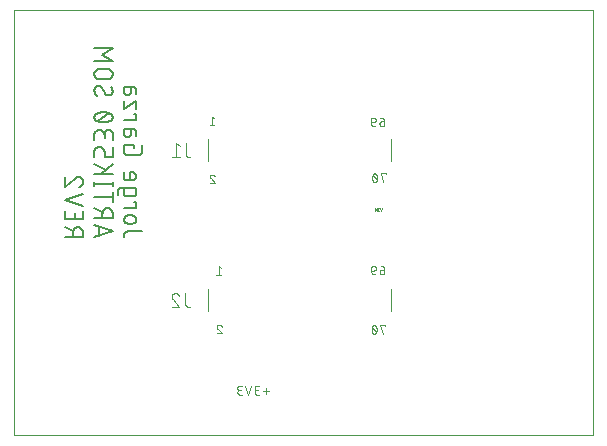
<source format=gbo>
G04 EAGLE Gerber X2 export*
%TF.Part,Single*%
%TF.FileFunction,Other,Silk screen Bottom*%
%TF.FilePolarity,Positive*%
%TF.GenerationSoftware,Autodesk,EAGLE,9.0.0*%
%TF.CreationDate,2018-09-12T04:39:06Z*%
G75*
%MOMM*%
%FSLAX34Y34*%
%LPD*%
%AMOC8*
5,1,8,0,0,1.08239X$1,22.5*%
G01*
%ADD10C,0.000000*%
%ADD11C,0.076200*%
%ADD12C,0.127000*%
%ADD13C,0.025400*%
%ADD14C,0.100000*%
%ADD15C,0.101600*%


D10*
X0Y0D02*
X490000Y0D01*
X490000Y360000D01*
X0Y360000D01*
X0Y0D01*
D11*
X169319Y268310D02*
X167273Y269947D01*
X167273Y262581D01*
X169319Y262581D02*
X165227Y262581D01*
X167468Y220848D02*
X167383Y220846D01*
X167298Y220840D01*
X167214Y220830D01*
X167130Y220817D01*
X167046Y220799D01*
X166964Y220778D01*
X166883Y220753D01*
X166803Y220724D01*
X166724Y220691D01*
X166647Y220655D01*
X166572Y220615D01*
X166498Y220572D01*
X166427Y220526D01*
X166358Y220476D01*
X166291Y220423D01*
X166227Y220367D01*
X166166Y220308D01*
X166107Y220247D01*
X166051Y220183D01*
X165998Y220116D01*
X165948Y220047D01*
X165902Y219976D01*
X165859Y219902D01*
X165819Y219827D01*
X165783Y219750D01*
X165750Y219671D01*
X165721Y219591D01*
X165696Y219510D01*
X165675Y219428D01*
X165657Y219344D01*
X165644Y219260D01*
X165634Y219176D01*
X165628Y219091D01*
X165626Y219006D01*
X167468Y220847D02*
X167564Y220845D01*
X167660Y220839D01*
X167755Y220829D01*
X167850Y220816D01*
X167945Y220798D01*
X168038Y220777D01*
X168131Y220752D01*
X168222Y220723D01*
X168313Y220691D01*
X168402Y220655D01*
X168489Y220615D01*
X168575Y220572D01*
X168659Y220526D01*
X168741Y220476D01*
X168821Y220422D01*
X168898Y220366D01*
X168973Y220306D01*
X169046Y220244D01*
X169116Y220178D01*
X169184Y220110D01*
X169249Y220039D01*
X169310Y219966D01*
X169369Y219890D01*
X169425Y219811D01*
X169477Y219731D01*
X169526Y219648D01*
X169572Y219564D01*
X169614Y219478D01*
X169652Y219390D01*
X169687Y219301D01*
X169719Y219210D01*
X166241Y217574D02*
X166181Y217633D01*
X166124Y217695D01*
X166069Y217759D01*
X166018Y217826D01*
X165969Y217895D01*
X165923Y217965D01*
X165880Y218038D01*
X165840Y218112D01*
X165804Y218188D01*
X165771Y218266D01*
X165741Y218345D01*
X165714Y218425D01*
X165691Y218506D01*
X165672Y218588D01*
X165656Y218670D01*
X165643Y218754D01*
X165634Y218838D01*
X165629Y218922D01*
X165627Y219006D01*
X166241Y217573D02*
X169719Y213481D01*
X165627Y213481D01*
X310664Y265773D02*
X313119Y265773D01*
X310664Y265773D02*
X310584Y265771D01*
X310504Y265765D01*
X310424Y265755D01*
X310345Y265742D01*
X310266Y265724D01*
X310189Y265703D01*
X310113Y265677D01*
X310038Y265648D01*
X309964Y265616D01*
X309892Y265580D01*
X309822Y265540D01*
X309755Y265497D01*
X309689Y265451D01*
X309626Y265401D01*
X309565Y265349D01*
X309506Y265294D01*
X309451Y265235D01*
X309399Y265175D01*
X309349Y265111D01*
X309303Y265045D01*
X309260Y264978D01*
X309220Y264908D01*
X309184Y264836D01*
X309152Y264762D01*
X309123Y264688D01*
X309097Y264611D01*
X309076Y264534D01*
X309058Y264455D01*
X309045Y264376D01*
X309035Y264296D01*
X309029Y264216D01*
X309027Y264136D01*
X309027Y263727D01*
X309029Y263638D01*
X309035Y263549D01*
X309045Y263460D01*
X309058Y263372D01*
X309075Y263284D01*
X309097Y263197D01*
X309122Y263112D01*
X309150Y263027D01*
X309183Y262944D01*
X309219Y262862D01*
X309258Y262782D01*
X309301Y262704D01*
X309347Y262628D01*
X309397Y262553D01*
X309450Y262481D01*
X309506Y262412D01*
X309565Y262345D01*
X309626Y262280D01*
X309691Y262219D01*
X309758Y262160D01*
X309827Y262104D01*
X309899Y262051D01*
X309974Y262001D01*
X310050Y261955D01*
X310128Y261912D01*
X310208Y261873D01*
X310290Y261837D01*
X310373Y261804D01*
X310458Y261776D01*
X310543Y261751D01*
X310630Y261729D01*
X310718Y261712D01*
X310806Y261699D01*
X310895Y261689D01*
X310984Y261683D01*
X311073Y261681D01*
X311162Y261683D01*
X311251Y261689D01*
X311340Y261699D01*
X311428Y261712D01*
X311516Y261729D01*
X311603Y261751D01*
X311688Y261776D01*
X311773Y261804D01*
X311856Y261837D01*
X311938Y261873D01*
X312018Y261912D01*
X312096Y261955D01*
X312172Y262001D01*
X312247Y262051D01*
X312319Y262104D01*
X312388Y262160D01*
X312455Y262219D01*
X312520Y262280D01*
X312581Y262345D01*
X312640Y262412D01*
X312696Y262481D01*
X312749Y262553D01*
X312799Y262628D01*
X312845Y262704D01*
X312888Y262782D01*
X312927Y262862D01*
X312963Y262944D01*
X312996Y263027D01*
X313024Y263112D01*
X313049Y263197D01*
X313071Y263284D01*
X313088Y263372D01*
X313101Y263460D01*
X313111Y263549D01*
X313117Y263638D01*
X313119Y263727D01*
X313119Y265773D01*
X313117Y265885D01*
X313111Y265996D01*
X313102Y266108D01*
X313089Y266219D01*
X313071Y266329D01*
X313051Y266439D01*
X313026Y266548D01*
X312998Y266656D01*
X312966Y266763D01*
X312930Y266869D01*
X312891Y266974D01*
X312848Y267077D01*
X312802Y267179D01*
X312752Y267279D01*
X312699Y267378D01*
X312642Y267474D01*
X312583Y267569D01*
X312520Y267661D01*
X312454Y267751D01*
X312385Y267839D01*
X312313Y267925D01*
X312238Y268008D01*
X312160Y268088D01*
X312080Y268166D01*
X311997Y268241D01*
X311911Y268313D01*
X311823Y268382D01*
X311733Y268448D01*
X311641Y268511D01*
X311546Y268570D01*
X311450Y268627D01*
X311351Y268680D01*
X311251Y268730D01*
X311149Y268776D01*
X311046Y268819D01*
X310941Y268858D01*
X310835Y268894D01*
X310728Y268926D01*
X310620Y268954D01*
X310511Y268979D01*
X310401Y268999D01*
X310291Y269017D01*
X310180Y269030D01*
X310068Y269039D01*
X309957Y269045D01*
X309845Y269047D01*
X304167Y264955D02*
X301712Y264955D01*
X304167Y264955D02*
X304245Y264957D01*
X304323Y264962D01*
X304400Y264972D01*
X304477Y264985D01*
X304553Y265001D01*
X304628Y265021D01*
X304702Y265045D01*
X304775Y265072D01*
X304847Y265103D01*
X304917Y265137D01*
X304986Y265174D01*
X305052Y265215D01*
X305117Y265259D01*
X305179Y265305D01*
X305239Y265355D01*
X305297Y265407D01*
X305352Y265462D01*
X305404Y265520D01*
X305454Y265580D01*
X305500Y265642D01*
X305544Y265707D01*
X305585Y265774D01*
X305622Y265842D01*
X305656Y265912D01*
X305687Y265984D01*
X305714Y266057D01*
X305738Y266131D01*
X305758Y266206D01*
X305774Y266282D01*
X305787Y266359D01*
X305797Y266436D01*
X305802Y266514D01*
X305804Y266592D01*
X305804Y267001D01*
X305802Y267090D01*
X305796Y267179D01*
X305786Y267268D01*
X305773Y267356D01*
X305756Y267444D01*
X305734Y267531D01*
X305709Y267616D01*
X305681Y267701D01*
X305648Y267784D01*
X305612Y267866D01*
X305573Y267946D01*
X305530Y268024D01*
X305484Y268100D01*
X305434Y268175D01*
X305381Y268247D01*
X305325Y268316D01*
X305266Y268383D01*
X305205Y268448D01*
X305140Y268509D01*
X305073Y268568D01*
X305004Y268624D01*
X304932Y268677D01*
X304857Y268727D01*
X304781Y268773D01*
X304703Y268816D01*
X304623Y268855D01*
X304541Y268891D01*
X304458Y268924D01*
X304373Y268952D01*
X304288Y268977D01*
X304201Y268999D01*
X304113Y269016D01*
X304025Y269029D01*
X303936Y269039D01*
X303847Y269045D01*
X303758Y269047D01*
X303669Y269045D01*
X303580Y269039D01*
X303491Y269029D01*
X303403Y269016D01*
X303315Y268999D01*
X303228Y268977D01*
X303143Y268952D01*
X303058Y268924D01*
X302975Y268891D01*
X302893Y268855D01*
X302813Y268816D01*
X302735Y268773D01*
X302659Y268727D01*
X302584Y268677D01*
X302512Y268624D01*
X302443Y268568D01*
X302376Y268509D01*
X302311Y268448D01*
X302250Y268383D01*
X302191Y268316D01*
X302135Y268247D01*
X302082Y268175D01*
X302032Y268100D01*
X301986Y268024D01*
X301943Y267946D01*
X301904Y267866D01*
X301868Y267784D01*
X301835Y267701D01*
X301807Y267616D01*
X301782Y267531D01*
X301760Y267444D01*
X301743Y267356D01*
X301730Y267268D01*
X301720Y267179D01*
X301714Y267090D01*
X301712Y267001D01*
X301712Y264955D01*
X301711Y264955D02*
X301713Y264843D01*
X301719Y264732D01*
X301728Y264620D01*
X301741Y264509D01*
X301759Y264399D01*
X301779Y264289D01*
X301804Y264180D01*
X301832Y264072D01*
X301864Y263965D01*
X301900Y263859D01*
X301939Y263754D01*
X301982Y263651D01*
X302028Y263549D01*
X302078Y263449D01*
X302131Y263350D01*
X302188Y263254D01*
X302247Y263159D01*
X302310Y263067D01*
X302376Y262977D01*
X302445Y262889D01*
X302517Y262803D01*
X302592Y262720D01*
X302670Y262640D01*
X302750Y262562D01*
X302833Y262487D01*
X302919Y262415D01*
X303007Y262346D01*
X303097Y262280D01*
X303189Y262217D01*
X303284Y262158D01*
X303380Y262101D01*
X303479Y262048D01*
X303579Y261998D01*
X303681Y261952D01*
X303784Y261909D01*
X303889Y261870D01*
X303995Y261834D01*
X304102Y261802D01*
X304210Y261774D01*
X304319Y261749D01*
X304429Y261729D01*
X304539Y261711D01*
X304650Y261698D01*
X304762Y261689D01*
X304873Y261683D01*
X304985Y261681D01*
X314319Y221747D02*
X314319Y220929D01*
X314319Y221747D02*
X310227Y221747D01*
X312273Y214381D01*
X307004Y218064D02*
X307002Y218217D01*
X306996Y218370D01*
X306987Y218522D01*
X306973Y218675D01*
X306956Y218827D01*
X306935Y218978D01*
X306910Y219129D01*
X306881Y219279D01*
X306849Y219429D01*
X306812Y219577D01*
X306772Y219725D01*
X306729Y219872D01*
X306681Y220017D01*
X306630Y220161D01*
X306576Y220304D01*
X306517Y220446D01*
X306456Y220585D01*
X306390Y220724D01*
X306364Y220794D01*
X306334Y220863D01*
X306302Y220931D01*
X306265Y220997D01*
X306226Y221061D01*
X306183Y221123D01*
X306138Y221182D01*
X306089Y221240D01*
X306038Y221294D01*
X305984Y221347D01*
X305927Y221396D01*
X305868Y221443D01*
X305807Y221486D01*
X305744Y221527D01*
X305679Y221564D01*
X305612Y221599D01*
X305543Y221629D01*
X305473Y221657D01*
X305402Y221680D01*
X305330Y221701D01*
X305257Y221717D01*
X305183Y221730D01*
X305108Y221740D01*
X305033Y221745D01*
X304958Y221747D01*
X304883Y221745D01*
X304808Y221740D01*
X304733Y221730D01*
X304659Y221717D01*
X304586Y221701D01*
X304514Y221680D01*
X304443Y221657D01*
X304373Y221629D01*
X304304Y221599D01*
X304237Y221564D01*
X304172Y221527D01*
X304109Y221486D01*
X304048Y221443D01*
X303989Y221396D01*
X303932Y221347D01*
X303878Y221294D01*
X303827Y221240D01*
X303779Y221182D01*
X303733Y221123D01*
X303690Y221061D01*
X303651Y220997D01*
X303615Y220931D01*
X303582Y220864D01*
X303552Y220794D01*
X303526Y220724D01*
X303461Y220586D01*
X303399Y220446D01*
X303341Y220304D01*
X303286Y220161D01*
X303235Y220017D01*
X303187Y219872D01*
X303144Y219725D01*
X303104Y219578D01*
X303067Y219429D01*
X303035Y219279D01*
X303006Y219129D01*
X302981Y218978D01*
X302960Y218827D01*
X302943Y218675D01*
X302929Y218522D01*
X302920Y218370D01*
X302914Y218217D01*
X302912Y218064D01*
X307004Y218064D02*
X307002Y217911D01*
X306996Y217758D01*
X306987Y217605D01*
X306973Y217453D01*
X306956Y217301D01*
X306935Y217150D01*
X306910Y216999D01*
X306881Y216848D01*
X306849Y216699D01*
X306812Y216550D01*
X306772Y216403D01*
X306729Y216256D01*
X306681Y216111D01*
X306630Y215966D01*
X306575Y215824D01*
X306517Y215682D01*
X306455Y215542D01*
X306390Y215404D01*
X306364Y215334D01*
X306334Y215264D01*
X306302Y215197D01*
X306265Y215131D01*
X306226Y215067D01*
X306183Y215005D01*
X306137Y214946D01*
X306089Y214888D01*
X306038Y214834D01*
X305984Y214781D01*
X305927Y214732D01*
X305868Y214685D01*
X305807Y214642D01*
X305744Y214601D01*
X305679Y214564D01*
X305612Y214529D01*
X305543Y214499D01*
X305473Y214471D01*
X305402Y214448D01*
X305330Y214427D01*
X305257Y214411D01*
X305183Y214398D01*
X305108Y214388D01*
X305033Y214383D01*
X304958Y214381D01*
X303526Y215404D02*
X303461Y215542D01*
X303399Y215682D01*
X303341Y215824D01*
X303286Y215967D01*
X303235Y216111D01*
X303187Y216256D01*
X303144Y216403D01*
X303104Y216551D01*
X303067Y216699D01*
X303035Y216849D01*
X303006Y216999D01*
X302981Y217150D01*
X302960Y217301D01*
X302943Y217453D01*
X302929Y217606D01*
X302920Y217758D01*
X302914Y217911D01*
X302912Y218064D01*
X303526Y215404D02*
X303552Y215333D01*
X303582Y215264D01*
X303615Y215197D01*
X303651Y215131D01*
X303690Y215067D01*
X303733Y215005D01*
X303779Y214946D01*
X303827Y214888D01*
X303878Y214834D01*
X303932Y214781D01*
X303989Y214732D01*
X304048Y214685D01*
X304109Y214642D01*
X304172Y214601D01*
X304237Y214564D01*
X304304Y214529D01*
X304373Y214499D01*
X304443Y214471D01*
X304514Y214448D01*
X304586Y214427D01*
X304659Y214411D01*
X304733Y214398D01*
X304808Y214388D01*
X304883Y214383D01*
X304958Y214381D01*
X306595Y216018D02*
X303321Y220110D01*
X174919Y141610D02*
X172873Y143247D01*
X172873Y135881D01*
X174919Y135881D02*
X170827Y135881D01*
X173168Y93648D02*
X173083Y93646D01*
X172998Y93640D01*
X172914Y93630D01*
X172830Y93617D01*
X172746Y93599D01*
X172664Y93578D01*
X172583Y93553D01*
X172503Y93524D01*
X172424Y93491D01*
X172347Y93455D01*
X172272Y93415D01*
X172198Y93372D01*
X172127Y93326D01*
X172058Y93276D01*
X171991Y93223D01*
X171927Y93167D01*
X171866Y93108D01*
X171807Y93047D01*
X171751Y92983D01*
X171698Y92916D01*
X171648Y92847D01*
X171602Y92776D01*
X171559Y92702D01*
X171519Y92627D01*
X171483Y92550D01*
X171450Y92471D01*
X171421Y92391D01*
X171396Y92310D01*
X171375Y92228D01*
X171357Y92144D01*
X171344Y92060D01*
X171334Y91976D01*
X171328Y91891D01*
X171326Y91806D01*
X173168Y93647D02*
X173264Y93645D01*
X173360Y93639D01*
X173455Y93629D01*
X173550Y93616D01*
X173645Y93598D01*
X173738Y93577D01*
X173831Y93552D01*
X173922Y93523D01*
X174013Y93491D01*
X174102Y93455D01*
X174189Y93415D01*
X174275Y93372D01*
X174359Y93326D01*
X174441Y93276D01*
X174521Y93222D01*
X174598Y93166D01*
X174673Y93106D01*
X174746Y93044D01*
X174816Y92978D01*
X174884Y92910D01*
X174949Y92839D01*
X175010Y92766D01*
X175069Y92690D01*
X175125Y92611D01*
X175177Y92531D01*
X175226Y92448D01*
X175272Y92364D01*
X175314Y92278D01*
X175352Y92190D01*
X175387Y92101D01*
X175419Y92010D01*
X171941Y90374D02*
X171881Y90433D01*
X171824Y90495D01*
X171769Y90559D01*
X171718Y90626D01*
X171669Y90695D01*
X171623Y90765D01*
X171580Y90838D01*
X171540Y90912D01*
X171504Y90988D01*
X171471Y91066D01*
X171441Y91145D01*
X171414Y91225D01*
X171391Y91306D01*
X171372Y91388D01*
X171356Y91470D01*
X171343Y91554D01*
X171334Y91638D01*
X171329Y91722D01*
X171327Y91806D01*
X171941Y90373D02*
X175419Y86281D01*
X171327Y86281D01*
X310764Y140373D02*
X313219Y140373D01*
X310764Y140373D02*
X310684Y140371D01*
X310604Y140365D01*
X310524Y140355D01*
X310445Y140342D01*
X310366Y140324D01*
X310289Y140303D01*
X310213Y140277D01*
X310138Y140248D01*
X310064Y140216D01*
X309992Y140180D01*
X309922Y140140D01*
X309855Y140097D01*
X309789Y140051D01*
X309726Y140001D01*
X309665Y139949D01*
X309606Y139894D01*
X309551Y139835D01*
X309499Y139775D01*
X309449Y139711D01*
X309403Y139645D01*
X309360Y139578D01*
X309320Y139508D01*
X309284Y139436D01*
X309252Y139362D01*
X309223Y139288D01*
X309197Y139211D01*
X309176Y139134D01*
X309158Y139055D01*
X309145Y138976D01*
X309135Y138896D01*
X309129Y138816D01*
X309127Y138736D01*
X309127Y138327D01*
X309129Y138238D01*
X309135Y138149D01*
X309145Y138060D01*
X309158Y137972D01*
X309175Y137884D01*
X309197Y137797D01*
X309222Y137712D01*
X309250Y137627D01*
X309283Y137544D01*
X309319Y137462D01*
X309358Y137382D01*
X309401Y137304D01*
X309447Y137228D01*
X309497Y137153D01*
X309550Y137081D01*
X309606Y137012D01*
X309665Y136945D01*
X309726Y136880D01*
X309791Y136819D01*
X309858Y136760D01*
X309927Y136704D01*
X309999Y136651D01*
X310074Y136601D01*
X310150Y136555D01*
X310228Y136512D01*
X310308Y136473D01*
X310390Y136437D01*
X310473Y136404D01*
X310558Y136376D01*
X310643Y136351D01*
X310730Y136329D01*
X310818Y136312D01*
X310906Y136299D01*
X310995Y136289D01*
X311084Y136283D01*
X311173Y136281D01*
X311262Y136283D01*
X311351Y136289D01*
X311440Y136299D01*
X311528Y136312D01*
X311616Y136329D01*
X311703Y136351D01*
X311788Y136376D01*
X311873Y136404D01*
X311956Y136437D01*
X312038Y136473D01*
X312118Y136512D01*
X312196Y136555D01*
X312272Y136601D01*
X312347Y136651D01*
X312419Y136704D01*
X312488Y136760D01*
X312555Y136819D01*
X312620Y136880D01*
X312681Y136945D01*
X312740Y137012D01*
X312796Y137081D01*
X312849Y137153D01*
X312899Y137228D01*
X312945Y137304D01*
X312988Y137382D01*
X313027Y137462D01*
X313063Y137544D01*
X313096Y137627D01*
X313124Y137712D01*
X313149Y137797D01*
X313171Y137884D01*
X313188Y137972D01*
X313201Y138060D01*
X313211Y138149D01*
X313217Y138238D01*
X313219Y138327D01*
X313219Y140373D01*
X313217Y140485D01*
X313211Y140596D01*
X313202Y140708D01*
X313189Y140819D01*
X313171Y140929D01*
X313151Y141039D01*
X313126Y141148D01*
X313098Y141256D01*
X313066Y141363D01*
X313030Y141469D01*
X312991Y141574D01*
X312948Y141677D01*
X312902Y141779D01*
X312852Y141879D01*
X312799Y141978D01*
X312742Y142074D01*
X312683Y142169D01*
X312620Y142261D01*
X312554Y142351D01*
X312485Y142439D01*
X312413Y142525D01*
X312338Y142608D01*
X312260Y142688D01*
X312180Y142766D01*
X312097Y142841D01*
X312011Y142913D01*
X311923Y142982D01*
X311833Y143048D01*
X311741Y143111D01*
X311646Y143170D01*
X311550Y143227D01*
X311451Y143280D01*
X311351Y143330D01*
X311249Y143376D01*
X311146Y143419D01*
X311041Y143458D01*
X310935Y143494D01*
X310828Y143526D01*
X310720Y143554D01*
X310611Y143579D01*
X310501Y143599D01*
X310391Y143617D01*
X310280Y143630D01*
X310168Y143639D01*
X310057Y143645D01*
X309945Y143647D01*
X304267Y139555D02*
X301812Y139555D01*
X304267Y139555D02*
X304345Y139557D01*
X304423Y139562D01*
X304500Y139572D01*
X304577Y139585D01*
X304653Y139601D01*
X304728Y139621D01*
X304802Y139645D01*
X304875Y139672D01*
X304947Y139703D01*
X305017Y139737D01*
X305086Y139774D01*
X305152Y139815D01*
X305217Y139859D01*
X305279Y139905D01*
X305339Y139955D01*
X305397Y140007D01*
X305452Y140062D01*
X305504Y140120D01*
X305554Y140180D01*
X305600Y140242D01*
X305644Y140307D01*
X305685Y140374D01*
X305722Y140442D01*
X305756Y140512D01*
X305787Y140584D01*
X305814Y140657D01*
X305838Y140731D01*
X305858Y140806D01*
X305874Y140882D01*
X305887Y140959D01*
X305897Y141036D01*
X305902Y141114D01*
X305904Y141192D01*
X305904Y141601D01*
X305902Y141690D01*
X305896Y141779D01*
X305886Y141868D01*
X305873Y141956D01*
X305856Y142044D01*
X305834Y142131D01*
X305809Y142216D01*
X305781Y142301D01*
X305748Y142384D01*
X305712Y142466D01*
X305673Y142546D01*
X305630Y142624D01*
X305584Y142700D01*
X305534Y142775D01*
X305481Y142847D01*
X305425Y142916D01*
X305366Y142983D01*
X305305Y143048D01*
X305240Y143109D01*
X305173Y143168D01*
X305104Y143224D01*
X305032Y143277D01*
X304957Y143327D01*
X304881Y143373D01*
X304803Y143416D01*
X304723Y143455D01*
X304641Y143491D01*
X304558Y143524D01*
X304473Y143552D01*
X304388Y143577D01*
X304301Y143599D01*
X304213Y143616D01*
X304125Y143629D01*
X304036Y143639D01*
X303947Y143645D01*
X303858Y143647D01*
X303769Y143645D01*
X303680Y143639D01*
X303591Y143629D01*
X303503Y143616D01*
X303415Y143599D01*
X303328Y143577D01*
X303243Y143552D01*
X303158Y143524D01*
X303075Y143491D01*
X302993Y143455D01*
X302913Y143416D01*
X302835Y143373D01*
X302759Y143327D01*
X302684Y143277D01*
X302612Y143224D01*
X302543Y143168D01*
X302476Y143109D01*
X302411Y143048D01*
X302350Y142983D01*
X302291Y142916D01*
X302235Y142847D01*
X302182Y142775D01*
X302132Y142700D01*
X302086Y142624D01*
X302043Y142546D01*
X302004Y142466D01*
X301968Y142384D01*
X301935Y142301D01*
X301907Y142216D01*
X301882Y142131D01*
X301860Y142044D01*
X301843Y141956D01*
X301830Y141868D01*
X301820Y141779D01*
X301814Y141690D01*
X301812Y141601D01*
X301812Y139555D01*
X301811Y139555D02*
X301813Y139443D01*
X301819Y139332D01*
X301828Y139220D01*
X301841Y139109D01*
X301859Y138999D01*
X301879Y138889D01*
X301904Y138780D01*
X301932Y138672D01*
X301964Y138565D01*
X302000Y138459D01*
X302039Y138354D01*
X302082Y138251D01*
X302128Y138149D01*
X302178Y138049D01*
X302231Y137950D01*
X302288Y137854D01*
X302347Y137759D01*
X302410Y137667D01*
X302476Y137577D01*
X302545Y137489D01*
X302617Y137403D01*
X302692Y137320D01*
X302770Y137240D01*
X302850Y137162D01*
X302933Y137087D01*
X303019Y137015D01*
X303107Y136946D01*
X303197Y136880D01*
X303289Y136817D01*
X303384Y136758D01*
X303480Y136701D01*
X303579Y136648D01*
X303679Y136598D01*
X303781Y136552D01*
X303884Y136509D01*
X303989Y136470D01*
X304095Y136434D01*
X304202Y136402D01*
X304310Y136374D01*
X304419Y136349D01*
X304529Y136329D01*
X304639Y136311D01*
X304750Y136298D01*
X304862Y136289D01*
X304973Y136283D01*
X305085Y136281D01*
X313919Y93347D02*
X313919Y92529D01*
X313919Y93347D02*
X309827Y93347D01*
X311873Y85981D01*
X306604Y89664D02*
X306602Y89817D01*
X306596Y89970D01*
X306587Y90122D01*
X306573Y90275D01*
X306556Y90427D01*
X306535Y90578D01*
X306510Y90729D01*
X306481Y90879D01*
X306449Y91029D01*
X306412Y91177D01*
X306372Y91325D01*
X306329Y91472D01*
X306281Y91617D01*
X306230Y91761D01*
X306176Y91904D01*
X306117Y92046D01*
X306056Y92185D01*
X305990Y92324D01*
X305964Y92394D01*
X305934Y92463D01*
X305902Y92531D01*
X305865Y92597D01*
X305826Y92661D01*
X305783Y92723D01*
X305738Y92782D01*
X305689Y92840D01*
X305638Y92894D01*
X305584Y92947D01*
X305527Y92996D01*
X305468Y93043D01*
X305407Y93086D01*
X305344Y93127D01*
X305279Y93164D01*
X305212Y93199D01*
X305143Y93229D01*
X305073Y93257D01*
X305002Y93280D01*
X304930Y93301D01*
X304857Y93317D01*
X304783Y93330D01*
X304708Y93340D01*
X304633Y93345D01*
X304558Y93347D01*
X304483Y93345D01*
X304408Y93340D01*
X304333Y93330D01*
X304259Y93317D01*
X304186Y93301D01*
X304114Y93280D01*
X304043Y93257D01*
X303973Y93229D01*
X303904Y93199D01*
X303837Y93164D01*
X303772Y93127D01*
X303709Y93086D01*
X303648Y93043D01*
X303589Y92996D01*
X303532Y92947D01*
X303478Y92894D01*
X303427Y92840D01*
X303379Y92782D01*
X303333Y92723D01*
X303290Y92661D01*
X303251Y92597D01*
X303215Y92531D01*
X303182Y92464D01*
X303152Y92394D01*
X303126Y92324D01*
X303061Y92186D01*
X302999Y92046D01*
X302941Y91904D01*
X302886Y91761D01*
X302835Y91617D01*
X302787Y91472D01*
X302744Y91325D01*
X302704Y91178D01*
X302667Y91029D01*
X302635Y90879D01*
X302606Y90729D01*
X302581Y90578D01*
X302560Y90427D01*
X302543Y90275D01*
X302529Y90122D01*
X302520Y89970D01*
X302514Y89817D01*
X302512Y89664D01*
X306604Y89664D02*
X306602Y89511D01*
X306596Y89358D01*
X306587Y89205D01*
X306573Y89053D01*
X306556Y88901D01*
X306535Y88750D01*
X306510Y88599D01*
X306481Y88448D01*
X306449Y88299D01*
X306412Y88150D01*
X306372Y88003D01*
X306329Y87856D01*
X306281Y87711D01*
X306230Y87566D01*
X306175Y87424D01*
X306117Y87282D01*
X306055Y87142D01*
X305990Y87004D01*
X305964Y86934D01*
X305934Y86864D01*
X305902Y86797D01*
X305865Y86731D01*
X305826Y86667D01*
X305783Y86605D01*
X305737Y86546D01*
X305689Y86488D01*
X305638Y86434D01*
X305584Y86381D01*
X305527Y86332D01*
X305468Y86285D01*
X305407Y86242D01*
X305344Y86201D01*
X305279Y86164D01*
X305212Y86129D01*
X305143Y86099D01*
X305073Y86071D01*
X305002Y86048D01*
X304930Y86027D01*
X304857Y86011D01*
X304783Y85998D01*
X304708Y85988D01*
X304633Y85983D01*
X304558Y85981D01*
X303126Y87004D02*
X303061Y87142D01*
X302999Y87282D01*
X302941Y87424D01*
X302886Y87567D01*
X302835Y87711D01*
X302787Y87856D01*
X302744Y88003D01*
X302704Y88151D01*
X302667Y88299D01*
X302635Y88449D01*
X302606Y88599D01*
X302581Y88750D01*
X302560Y88901D01*
X302543Y89053D01*
X302529Y89206D01*
X302520Y89358D01*
X302514Y89511D01*
X302512Y89664D01*
X303126Y87004D02*
X303152Y86933D01*
X303182Y86864D01*
X303215Y86797D01*
X303251Y86731D01*
X303290Y86667D01*
X303333Y86605D01*
X303379Y86546D01*
X303427Y86488D01*
X303478Y86434D01*
X303532Y86381D01*
X303589Y86332D01*
X303648Y86285D01*
X303709Y86242D01*
X303772Y86201D01*
X303837Y86164D01*
X303904Y86129D01*
X303973Y86099D01*
X304043Y86071D01*
X304114Y86048D01*
X304186Y86027D01*
X304259Y86011D01*
X304333Y85998D01*
X304408Y85988D01*
X304483Y85983D01*
X304558Y85981D01*
X306195Y87618D02*
X302921Y91710D01*
D12*
X108265Y172789D02*
X96214Y172789D01*
X96099Y172787D01*
X95984Y172781D01*
X95869Y172772D01*
X95755Y172758D01*
X95641Y172741D01*
X95528Y172720D01*
X95416Y172695D01*
X95304Y172667D01*
X95194Y172634D01*
X95085Y172598D01*
X94977Y172559D01*
X94870Y172516D01*
X94765Y172469D01*
X94661Y172419D01*
X94559Y172365D01*
X94459Y172308D01*
X94361Y172248D01*
X94265Y172185D01*
X94172Y172118D01*
X94080Y172048D01*
X93991Y171975D01*
X93904Y171900D01*
X93820Y171821D01*
X93739Y171740D01*
X93660Y171656D01*
X93585Y171569D01*
X93512Y171480D01*
X93442Y171388D01*
X93375Y171295D01*
X93312Y171199D01*
X93252Y171101D01*
X93195Y171001D01*
X93141Y170899D01*
X93091Y170795D01*
X93044Y170690D01*
X93001Y170583D01*
X92962Y170475D01*
X92926Y170366D01*
X92893Y170256D01*
X92865Y170144D01*
X92840Y170032D01*
X92819Y169919D01*
X92802Y169805D01*
X92788Y169691D01*
X92779Y169576D01*
X92773Y169461D01*
X92771Y169346D01*
X92771Y167625D01*
X96214Y179361D02*
X99657Y179361D01*
X99773Y179363D01*
X99889Y179369D01*
X100005Y179379D01*
X100121Y179392D01*
X100236Y179410D01*
X100350Y179431D01*
X100464Y179457D01*
X100576Y179486D01*
X100688Y179519D01*
X100798Y179556D01*
X100907Y179596D01*
X101015Y179640D01*
X101121Y179688D01*
X101225Y179739D01*
X101328Y179794D01*
X101429Y179852D01*
X101527Y179913D01*
X101624Y179978D01*
X101718Y180046D01*
X101810Y180117D01*
X101900Y180192D01*
X101987Y180269D01*
X102071Y180349D01*
X102152Y180432D01*
X102231Y180518D01*
X102307Y180606D01*
X102380Y180697D01*
X102449Y180790D01*
X102516Y180885D01*
X102579Y180983D01*
X102639Y181082D01*
X102695Y181184D01*
X102748Y181288D01*
X102798Y181393D01*
X102843Y181500D01*
X102886Y181608D01*
X102924Y181718D01*
X102959Y181829D01*
X102990Y181941D01*
X103017Y182054D01*
X103041Y182168D01*
X103060Y182283D01*
X103076Y182398D01*
X103088Y182514D01*
X103096Y182630D01*
X103100Y182746D01*
X103100Y182862D01*
X103096Y182978D01*
X103088Y183094D01*
X103076Y183210D01*
X103060Y183325D01*
X103041Y183440D01*
X103017Y183554D01*
X102990Y183667D01*
X102959Y183779D01*
X102924Y183890D01*
X102886Y184000D01*
X102843Y184108D01*
X102798Y184215D01*
X102748Y184320D01*
X102695Y184424D01*
X102639Y184525D01*
X102579Y184625D01*
X102516Y184723D01*
X102449Y184818D01*
X102380Y184911D01*
X102307Y185002D01*
X102231Y185090D01*
X102152Y185176D01*
X102071Y185259D01*
X101987Y185339D01*
X101900Y185416D01*
X101810Y185491D01*
X101718Y185562D01*
X101624Y185630D01*
X101527Y185695D01*
X101429Y185756D01*
X101328Y185814D01*
X101225Y185869D01*
X101121Y185920D01*
X101015Y185968D01*
X100907Y186012D01*
X100798Y186052D01*
X100688Y186089D01*
X100576Y186122D01*
X100464Y186151D01*
X100350Y186177D01*
X100236Y186198D01*
X100121Y186216D01*
X100005Y186229D01*
X99889Y186239D01*
X99773Y186245D01*
X99657Y186247D01*
X96214Y186247D01*
X96098Y186245D01*
X95982Y186239D01*
X95866Y186229D01*
X95750Y186216D01*
X95635Y186198D01*
X95521Y186177D01*
X95407Y186151D01*
X95295Y186122D01*
X95183Y186089D01*
X95073Y186052D01*
X94964Y186012D01*
X94856Y185968D01*
X94750Y185920D01*
X94646Y185869D01*
X94543Y185814D01*
X94442Y185756D01*
X94344Y185695D01*
X94247Y185630D01*
X94153Y185562D01*
X94061Y185491D01*
X93971Y185416D01*
X93884Y185339D01*
X93800Y185259D01*
X93719Y185176D01*
X93640Y185090D01*
X93564Y185002D01*
X93491Y184911D01*
X93422Y184818D01*
X93355Y184723D01*
X93292Y184625D01*
X93232Y184526D01*
X93176Y184424D01*
X93123Y184320D01*
X93073Y184215D01*
X93028Y184108D01*
X92985Y184000D01*
X92947Y183890D01*
X92912Y183779D01*
X92881Y183667D01*
X92854Y183554D01*
X92830Y183440D01*
X92811Y183325D01*
X92795Y183210D01*
X92783Y183094D01*
X92775Y182978D01*
X92771Y182862D01*
X92771Y182746D01*
X92775Y182630D01*
X92783Y182514D01*
X92795Y182398D01*
X92811Y182283D01*
X92830Y182168D01*
X92854Y182054D01*
X92881Y181941D01*
X92912Y181829D01*
X92947Y181718D01*
X92985Y181608D01*
X93028Y181500D01*
X93073Y181393D01*
X93123Y181288D01*
X93176Y181184D01*
X93232Y181083D01*
X93292Y180983D01*
X93355Y180885D01*
X93422Y180790D01*
X93491Y180697D01*
X93564Y180606D01*
X93640Y180518D01*
X93719Y180432D01*
X93800Y180349D01*
X93884Y180269D01*
X93971Y180192D01*
X94061Y180117D01*
X94153Y180046D01*
X94247Y179978D01*
X94344Y179913D01*
X94442Y179852D01*
X94543Y179794D01*
X94646Y179739D01*
X94750Y179688D01*
X94856Y179640D01*
X94964Y179596D01*
X95073Y179556D01*
X95183Y179519D01*
X95295Y179486D01*
X95407Y179457D01*
X95521Y179431D01*
X95635Y179410D01*
X95750Y179392D01*
X95866Y179379D01*
X95982Y179369D01*
X96098Y179363D01*
X96214Y179361D01*
X92771Y192819D02*
X103100Y192819D01*
X103100Y197983D01*
X101379Y197983D01*
X92771Y205164D02*
X92771Y209468D01*
X92771Y205164D02*
X92773Y205065D01*
X92779Y204966D01*
X92788Y204868D01*
X92801Y204770D01*
X92818Y204672D01*
X92839Y204576D01*
X92863Y204480D01*
X92891Y204385D01*
X92923Y204291D01*
X92958Y204199D01*
X92997Y204108D01*
X93039Y204018D01*
X93085Y203931D01*
X93134Y203845D01*
X93186Y203761D01*
X93241Y203679D01*
X93300Y203599D01*
X93361Y203521D01*
X93425Y203446D01*
X93493Y203374D01*
X93563Y203304D01*
X93635Y203236D01*
X93710Y203172D01*
X93788Y203111D01*
X93868Y203052D01*
X93950Y202997D01*
X94034Y202945D01*
X94120Y202896D01*
X94207Y202850D01*
X94297Y202808D01*
X94388Y202769D01*
X94480Y202734D01*
X94574Y202702D01*
X94669Y202674D01*
X94765Y202650D01*
X94861Y202629D01*
X94959Y202612D01*
X95057Y202599D01*
X95155Y202590D01*
X95254Y202584D01*
X95353Y202582D01*
X100518Y202582D01*
X100617Y202584D01*
X100716Y202590D01*
X100814Y202599D01*
X100912Y202612D01*
X101010Y202629D01*
X101106Y202650D01*
X101202Y202674D01*
X101297Y202702D01*
X101391Y202734D01*
X101483Y202769D01*
X101574Y202808D01*
X101664Y202850D01*
X101751Y202896D01*
X101837Y202945D01*
X101921Y202997D01*
X102003Y203052D01*
X102083Y203111D01*
X102161Y203172D01*
X102236Y203236D01*
X102308Y203304D01*
X102378Y203374D01*
X102446Y203446D01*
X102510Y203521D01*
X102571Y203599D01*
X102630Y203679D01*
X102685Y203761D01*
X102737Y203845D01*
X102786Y203931D01*
X102832Y204018D01*
X102874Y204108D01*
X102913Y204199D01*
X102948Y204291D01*
X102980Y204385D01*
X103008Y204480D01*
X103032Y204576D01*
X103053Y204672D01*
X103070Y204770D01*
X103083Y204868D01*
X103092Y204966D01*
X103098Y205065D01*
X103100Y205164D01*
X103100Y209468D01*
X90189Y209468D01*
X90088Y209466D01*
X89986Y209460D01*
X89886Y209450D01*
X89785Y209436D01*
X89685Y209418D01*
X89586Y209397D01*
X89488Y209371D01*
X89391Y209342D01*
X89295Y209308D01*
X89201Y209271D01*
X89108Y209231D01*
X89017Y209187D01*
X88927Y209139D01*
X88840Y209088D01*
X88755Y209033D01*
X88671Y208975D01*
X88591Y208914D01*
X88512Y208849D01*
X88436Y208782D01*
X88363Y208712D01*
X88293Y208639D01*
X88226Y208563D01*
X88161Y208485D01*
X88100Y208404D01*
X88042Y208320D01*
X87987Y208235D01*
X87936Y208148D01*
X87888Y208058D01*
X87844Y207967D01*
X87804Y207874D01*
X87767Y207780D01*
X87733Y207684D01*
X87704Y207587D01*
X87678Y207489D01*
X87657Y207390D01*
X87639Y207290D01*
X87625Y207190D01*
X87615Y207089D01*
X87609Y206987D01*
X87607Y206886D01*
X87606Y206886D02*
X87606Y203443D01*
X92771Y218612D02*
X92771Y222916D01*
X92771Y218612D02*
X92773Y218513D01*
X92779Y218414D01*
X92788Y218316D01*
X92801Y218218D01*
X92818Y218120D01*
X92839Y218024D01*
X92863Y217928D01*
X92891Y217833D01*
X92923Y217739D01*
X92958Y217647D01*
X92997Y217556D01*
X93039Y217466D01*
X93085Y217379D01*
X93134Y217293D01*
X93186Y217209D01*
X93241Y217127D01*
X93300Y217047D01*
X93361Y216969D01*
X93425Y216894D01*
X93493Y216822D01*
X93563Y216752D01*
X93635Y216684D01*
X93710Y216620D01*
X93788Y216559D01*
X93868Y216500D01*
X93950Y216445D01*
X94034Y216393D01*
X94120Y216344D01*
X94207Y216298D01*
X94297Y216256D01*
X94388Y216217D01*
X94480Y216182D01*
X94574Y216150D01*
X94669Y216122D01*
X94765Y216098D01*
X94861Y216077D01*
X94959Y216060D01*
X95057Y216047D01*
X95155Y216038D01*
X95254Y216032D01*
X95353Y216030D01*
X99657Y216030D01*
X99773Y216032D01*
X99889Y216038D01*
X100005Y216048D01*
X100121Y216061D01*
X100236Y216079D01*
X100350Y216100D01*
X100464Y216126D01*
X100576Y216155D01*
X100688Y216188D01*
X100798Y216225D01*
X100907Y216265D01*
X101015Y216309D01*
X101121Y216357D01*
X101225Y216408D01*
X101328Y216463D01*
X101429Y216521D01*
X101527Y216582D01*
X101624Y216647D01*
X101718Y216715D01*
X101810Y216786D01*
X101900Y216861D01*
X101987Y216938D01*
X102071Y217018D01*
X102152Y217101D01*
X102231Y217187D01*
X102307Y217275D01*
X102380Y217366D01*
X102449Y217459D01*
X102516Y217554D01*
X102579Y217652D01*
X102639Y217751D01*
X102695Y217853D01*
X102748Y217957D01*
X102798Y218062D01*
X102843Y218169D01*
X102886Y218277D01*
X102924Y218387D01*
X102959Y218498D01*
X102990Y218610D01*
X103017Y218723D01*
X103041Y218837D01*
X103060Y218952D01*
X103076Y219067D01*
X103088Y219183D01*
X103096Y219299D01*
X103100Y219415D01*
X103100Y219531D01*
X103096Y219647D01*
X103088Y219763D01*
X103076Y219879D01*
X103060Y219994D01*
X103041Y220109D01*
X103017Y220223D01*
X102990Y220336D01*
X102959Y220448D01*
X102924Y220559D01*
X102886Y220669D01*
X102843Y220777D01*
X102798Y220884D01*
X102748Y220989D01*
X102695Y221093D01*
X102639Y221194D01*
X102579Y221294D01*
X102516Y221392D01*
X102449Y221487D01*
X102380Y221580D01*
X102307Y221671D01*
X102231Y221759D01*
X102152Y221845D01*
X102071Y221928D01*
X101987Y222008D01*
X101900Y222085D01*
X101810Y222160D01*
X101718Y222231D01*
X101624Y222299D01*
X101527Y222364D01*
X101429Y222425D01*
X101328Y222483D01*
X101225Y222538D01*
X101121Y222589D01*
X101015Y222637D01*
X100907Y222681D01*
X100798Y222721D01*
X100688Y222758D01*
X100576Y222791D01*
X100464Y222820D01*
X100350Y222846D01*
X100236Y222867D01*
X100121Y222885D01*
X100005Y222898D01*
X99889Y222908D01*
X99773Y222914D01*
X99657Y222916D01*
X97936Y222916D01*
X97936Y216030D01*
X101379Y243493D02*
X101379Y246075D01*
X92771Y246075D01*
X92771Y240911D01*
X92773Y240796D01*
X92779Y240681D01*
X92788Y240566D01*
X92802Y240452D01*
X92819Y240338D01*
X92840Y240225D01*
X92865Y240113D01*
X92893Y240001D01*
X92926Y239891D01*
X92962Y239782D01*
X93001Y239674D01*
X93044Y239567D01*
X93091Y239462D01*
X93141Y239358D01*
X93195Y239256D01*
X93252Y239156D01*
X93312Y239058D01*
X93375Y238962D01*
X93442Y238869D01*
X93512Y238777D01*
X93585Y238688D01*
X93660Y238601D01*
X93739Y238517D01*
X93820Y238436D01*
X93904Y238357D01*
X93991Y238282D01*
X94080Y238209D01*
X94172Y238139D01*
X94265Y238072D01*
X94361Y238009D01*
X94459Y237949D01*
X94559Y237892D01*
X94661Y237838D01*
X94765Y237788D01*
X94870Y237741D01*
X94977Y237698D01*
X95085Y237659D01*
X95194Y237623D01*
X95304Y237590D01*
X95416Y237562D01*
X95528Y237537D01*
X95641Y237516D01*
X95755Y237499D01*
X95869Y237485D01*
X95984Y237476D01*
X96099Y237470D01*
X96214Y237468D01*
X104822Y237468D01*
X104937Y237470D01*
X105052Y237476D01*
X105167Y237485D01*
X105281Y237499D01*
X105395Y237516D01*
X105508Y237537D01*
X105620Y237562D01*
X105732Y237590D01*
X105842Y237623D01*
X105951Y237659D01*
X106059Y237698D01*
X106166Y237741D01*
X106271Y237788D01*
X106375Y237838D01*
X106477Y237892D01*
X106577Y237949D01*
X106675Y238009D01*
X106771Y238072D01*
X106864Y238139D01*
X106956Y238209D01*
X107045Y238282D01*
X107132Y238357D01*
X107216Y238436D01*
X107297Y238517D01*
X107375Y238601D01*
X107451Y238688D01*
X107524Y238777D01*
X107594Y238869D01*
X107661Y238962D01*
X107724Y239058D01*
X107784Y239156D01*
X107841Y239256D01*
X107895Y239358D01*
X107945Y239462D01*
X107992Y239567D01*
X108035Y239674D01*
X108074Y239782D01*
X108110Y239891D01*
X108143Y240001D01*
X108171Y240113D01*
X108196Y240225D01*
X108217Y240338D01*
X108234Y240452D01*
X108248Y240566D01*
X108257Y240681D01*
X108263Y240796D01*
X108265Y240911D01*
X108265Y246075D01*
X98796Y255643D02*
X98796Y259516D01*
X98797Y255643D02*
X98795Y255534D01*
X98789Y255426D01*
X98779Y255317D01*
X98766Y255209D01*
X98748Y255102D01*
X98727Y254995D01*
X98701Y254889D01*
X98672Y254785D01*
X98639Y254681D01*
X98603Y254578D01*
X98562Y254477D01*
X98519Y254378D01*
X98471Y254280D01*
X98420Y254184D01*
X98366Y254090D01*
X98308Y253997D01*
X98247Y253907D01*
X98183Y253820D01*
X98115Y253734D01*
X98045Y253651D01*
X97971Y253571D01*
X97895Y253493D01*
X97816Y253419D01*
X97735Y253347D01*
X97650Y253278D01*
X97564Y253212D01*
X97475Y253149D01*
X97384Y253090D01*
X97290Y253034D01*
X97195Y252981D01*
X97098Y252932D01*
X97000Y252886D01*
X96899Y252844D01*
X96797Y252806D01*
X96694Y252771D01*
X96590Y252740D01*
X96485Y252713D01*
X96378Y252689D01*
X96271Y252670D01*
X96164Y252654D01*
X96056Y252642D01*
X95947Y252634D01*
X95838Y252630D01*
X95730Y252630D01*
X95621Y252634D01*
X95512Y252642D01*
X95404Y252654D01*
X95297Y252670D01*
X95190Y252689D01*
X95083Y252713D01*
X94978Y252740D01*
X94874Y252771D01*
X94771Y252806D01*
X94669Y252844D01*
X94568Y252886D01*
X94470Y252932D01*
X94373Y252981D01*
X94277Y253034D01*
X94184Y253090D01*
X94093Y253149D01*
X94004Y253212D01*
X93918Y253278D01*
X93833Y253347D01*
X93752Y253419D01*
X93673Y253493D01*
X93597Y253571D01*
X93523Y253651D01*
X93453Y253734D01*
X93385Y253820D01*
X93321Y253907D01*
X93260Y253997D01*
X93202Y254090D01*
X93148Y254184D01*
X93097Y254280D01*
X93049Y254378D01*
X93006Y254477D01*
X92965Y254578D01*
X92929Y254681D01*
X92896Y254785D01*
X92867Y254889D01*
X92841Y254995D01*
X92820Y255102D01*
X92802Y255209D01*
X92789Y255317D01*
X92779Y255426D01*
X92773Y255534D01*
X92771Y255643D01*
X92771Y259516D01*
X100518Y259516D01*
X100617Y259514D01*
X100716Y259508D01*
X100814Y259499D01*
X100912Y259486D01*
X101010Y259469D01*
X101106Y259448D01*
X101202Y259424D01*
X101297Y259396D01*
X101391Y259364D01*
X101483Y259329D01*
X101574Y259290D01*
X101664Y259248D01*
X101751Y259202D01*
X101837Y259153D01*
X101921Y259101D01*
X102003Y259046D01*
X102083Y258987D01*
X102161Y258926D01*
X102236Y258862D01*
X102308Y258794D01*
X102378Y258724D01*
X102446Y258652D01*
X102510Y258577D01*
X102571Y258499D01*
X102630Y258419D01*
X102685Y258337D01*
X102737Y258253D01*
X102786Y258167D01*
X102832Y258080D01*
X102874Y257990D01*
X102913Y257899D01*
X102948Y257807D01*
X102980Y257713D01*
X103008Y257618D01*
X103032Y257522D01*
X103053Y257426D01*
X103070Y257328D01*
X103083Y257230D01*
X103092Y257132D01*
X103098Y257033D01*
X103100Y256934D01*
X103100Y253491D01*
X103100Y266652D02*
X92771Y266652D01*
X103100Y266652D02*
X103100Y271817D01*
X101379Y271817D01*
X103100Y275988D02*
X103100Y282875D01*
X92771Y275988D01*
X92771Y282875D01*
X98796Y291321D02*
X98796Y295194D01*
X98797Y291321D02*
X98795Y291212D01*
X98789Y291104D01*
X98779Y290995D01*
X98766Y290887D01*
X98748Y290780D01*
X98727Y290673D01*
X98701Y290567D01*
X98672Y290463D01*
X98639Y290359D01*
X98603Y290256D01*
X98562Y290155D01*
X98519Y290056D01*
X98471Y289958D01*
X98420Y289862D01*
X98366Y289768D01*
X98308Y289675D01*
X98247Y289585D01*
X98183Y289498D01*
X98115Y289412D01*
X98045Y289329D01*
X97971Y289249D01*
X97895Y289171D01*
X97816Y289097D01*
X97735Y289025D01*
X97650Y288956D01*
X97564Y288890D01*
X97475Y288827D01*
X97384Y288768D01*
X97290Y288712D01*
X97195Y288659D01*
X97098Y288610D01*
X97000Y288564D01*
X96899Y288522D01*
X96797Y288484D01*
X96694Y288449D01*
X96590Y288418D01*
X96485Y288391D01*
X96378Y288367D01*
X96271Y288348D01*
X96164Y288332D01*
X96056Y288320D01*
X95947Y288312D01*
X95838Y288308D01*
X95730Y288308D01*
X95621Y288312D01*
X95512Y288320D01*
X95404Y288332D01*
X95297Y288348D01*
X95190Y288367D01*
X95083Y288391D01*
X94978Y288418D01*
X94874Y288449D01*
X94771Y288484D01*
X94669Y288522D01*
X94568Y288564D01*
X94470Y288610D01*
X94373Y288659D01*
X94277Y288712D01*
X94184Y288768D01*
X94093Y288827D01*
X94004Y288890D01*
X93918Y288956D01*
X93833Y289025D01*
X93752Y289097D01*
X93673Y289171D01*
X93597Y289249D01*
X93523Y289329D01*
X93453Y289412D01*
X93385Y289498D01*
X93321Y289585D01*
X93260Y289675D01*
X93202Y289768D01*
X93148Y289862D01*
X93097Y289958D01*
X93049Y290056D01*
X93006Y290155D01*
X92965Y290256D01*
X92929Y290359D01*
X92896Y290463D01*
X92867Y290567D01*
X92841Y290673D01*
X92820Y290780D01*
X92802Y290887D01*
X92789Y290995D01*
X92779Y291104D01*
X92773Y291212D01*
X92771Y291321D01*
X92771Y295194D01*
X100518Y295194D01*
X100617Y295192D01*
X100716Y295186D01*
X100814Y295177D01*
X100912Y295164D01*
X101010Y295147D01*
X101106Y295126D01*
X101202Y295102D01*
X101297Y295074D01*
X101391Y295042D01*
X101483Y295007D01*
X101574Y294968D01*
X101664Y294926D01*
X101751Y294880D01*
X101837Y294831D01*
X101921Y294779D01*
X102003Y294724D01*
X102083Y294665D01*
X102161Y294604D01*
X102236Y294540D01*
X102308Y294472D01*
X102378Y294402D01*
X102446Y294330D01*
X102510Y294255D01*
X102571Y294177D01*
X102630Y294097D01*
X102685Y294015D01*
X102737Y293931D01*
X102786Y293845D01*
X102832Y293758D01*
X102874Y293668D01*
X102913Y293577D01*
X102948Y293485D01*
X102980Y293391D01*
X103008Y293296D01*
X103032Y293200D01*
X103053Y293104D01*
X103070Y293006D01*
X103083Y292908D01*
X103092Y292810D01*
X103098Y292711D01*
X103100Y292612D01*
X103100Y289169D01*
X83119Y172789D02*
X67625Y167625D01*
X67625Y177954D02*
X83119Y172789D01*
X71499Y176663D02*
X71499Y168916D01*
X67625Y183932D02*
X83119Y183932D01*
X83119Y188236D01*
X83117Y188366D01*
X83111Y188496D01*
X83101Y188626D01*
X83088Y188755D01*
X83070Y188884D01*
X83049Y189012D01*
X83023Y189139D01*
X82994Y189266D01*
X82961Y189392D01*
X82924Y189516D01*
X82884Y189640D01*
X82839Y189762D01*
X82791Y189883D01*
X82740Y190002D01*
X82685Y190120D01*
X82626Y190236D01*
X82564Y190350D01*
X82498Y190463D01*
X82429Y190573D01*
X82357Y190681D01*
X82282Y190787D01*
X82203Y190890D01*
X82121Y190991D01*
X82037Y191090D01*
X81949Y191186D01*
X81858Y191279D01*
X81765Y191370D01*
X81669Y191458D01*
X81570Y191542D01*
X81469Y191624D01*
X81366Y191703D01*
X81260Y191778D01*
X81152Y191850D01*
X81042Y191919D01*
X80929Y191985D01*
X80815Y192047D01*
X80699Y192106D01*
X80581Y192161D01*
X80462Y192212D01*
X80341Y192260D01*
X80219Y192305D01*
X80095Y192345D01*
X79971Y192382D01*
X79845Y192415D01*
X79718Y192444D01*
X79591Y192470D01*
X79463Y192491D01*
X79334Y192509D01*
X79205Y192522D01*
X79075Y192532D01*
X78945Y192538D01*
X78815Y192540D01*
X78685Y192538D01*
X78555Y192532D01*
X78425Y192522D01*
X78296Y192509D01*
X78167Y192491D01*
X78039Y192470D01*
X77912Y192444D01*
X77785Y192415D01*
X77659Y192382D01*
X77535Y192345D01*
X77411Y192305D01*
X77289Y192260D01*
X77168Y192212D01*
X77049Y192161D01*
X76931Y192106D01*
X76815Y192047D01*
X76701Y191985D01*
X76588Y191919D01*
X76478Y191850D01*
X76370Y191778D01*
X76264Y191703D01*
X76161Y191624D01*
X76060Y191542D01*
X75961Y191458D01*
X75865Y191370D01*
X75772Y191279D01*
X75681Y191186D01*
X75593Y191090D01*
X75509Y190991D01*
X75427Y190890D01*
X75348Y190787D01*
X75273Y190681D01*
X75201Y190573D01*
X75132Y190463D01*
X75066Y190350D01*
X75004Y190236D01*
X74945Y190120D01*
X74890Y190002D01*
X74839Y189883D01*
X74791Y189762D01*
X74746Y189640D01*
X74706Y189516D01*
X74669Y189392D01*
X74636Y189266D01*
X74607Y189139D01*
X74581Y189012D01*
X74560Y188884D01*
X74542Y188755D01*
X74529Y188626D01*
X74519Y188496D01*
X74513Y188366D01*
X74511Y188236D01*
X74511Y183932D01*
X74511Y189097D02*
X67625Y192540D01*
X67625Y202026D02*
X83119Y202026D01*
X83119Y206329D02*
X83119Y197722D01*
X83119Y212927D02*
X67625Y212927D01*
X67625Y211206D02*
X67625Y214649D01*
X83119Y214649D02*
X83119Y211206D01*
X83119Y221208D02*
X67625Y221208D01*
X73650Y221208D02*
X83119Y229816D01*
X77094Y224651D02*
X67625Y229816D01*
X67625Y235382D02*
X67625Y240546D01*
X67627Y240661D01*
X67633Y240776D01*
X67642Y240891D01*
X67656Y241005D01*
X67673Y241119D01*
X67694Y241232D01*
X67719Y241344D01*
X67747Y241456D01*
X67780Y241566D01*
X67816Y241675D01*
X67855Y241783D01*
X67898Y241890D01*
X67945Y241995D01*
X67995Y242099D01*
X68049Y242201D01*
X68106Y242301D01*
X68166Y242399D01*
X68229Y242495D01*
X68296Y242588D01*
X68366Y242680D01*
X68439Y242769D01*
X68515Y242856D01*
X68593Y242940D01*
X68674Y243021D01*
X68759Y243100D01*
X68845Y243175D01*
X68934Y243248D01*
X69026Y243318D01*
X69119Y243385D01*
X69215Y243448D01*
X69313Y243508D01*
X69413Y243565D01*
X69515Y243619D01*
X69619Y243669D01*
X69724Y243716D01*
X69831Y243759D01*
X69939Y243799D01*
X70048Y243834D01*
X70158Y243867D01*
X70270Y243895D01*
X70382Y243920D01*
X70495Y243941D01*
X70609Y243958D01*
X70723Y243972D01*
X70838Y243981D01*
X70953Y243987D01*
X71068Y243989D01*
X72790Y243989D01*
X72905Y243987D01*
X73020Y243981D01*
X73135Y243972D01*
X73249Y243958D01*
X73363Y243941D01*
X73476Y243920D01*
X73588Y243895D01*
X73700Y243867D01*
X73810Y243834D01*
X73919Y243798D01*
X74027Y243759D01*
X74134Y243716D01*
X74239Y243669D01*
X74343Y243619D01*
X74445Y243565D01*
X74545Y243508D01*
X74643Y243448D01*
X74739Y243385D01*
X74832Y243318D01*
X74924Y243248D01*
X75013Y243175D01*
X75100Y243100D01*
X75184Y243021D01*
X75265Y242940D01*
X75344Y242856D01*
X75419Y242769D01*
X75492Y242680D01*
X75562Y242588D01*
X75629Y242495D01*
X75692Y242399D01*
X75752Y242301D01*
X75809Y242201D01*
X75863Y242099D01*
X75913Y241995D01*
X75960Y241890D01*
X76003Y241783D01*
X76042Y241675D01*
X76078Y241566D01*
X76111Y241456D01*
X76139Y241344D01*
X76164Y241232D01*
X76185Y241119D01*
X76202Y241005D01*
X76216Y240891D01*
X76225Y240776D01*
X76231Y240661D01*
X76233Y240546D01*
X76233Y235382D01*
X83119Y235382D01*
X83119Y243989D01*
X67625Y250247D02*
X67625Y254551D01*
X67627Y254681D01*
X67633Y254811D01*
X67643Y254941D01*
X67656Y255070D01*
X67674Y255199D01*
X67695Y255327D01*
X67721Y255454D01*
X67750Y255581D01*
X67783Y255707D01*
X67820Y255831D01*
X67860Y255955D01*
X67905Y256077D01*
X67953Y256198D01*
X68004Y256317D01*
X68059Y256435D01*
X68118Y256551D01*
X68180Y256665D01*
X68246Y256778D01*
X68315Y256888D01*
X68387Y256996D01*
X68462Y257102D01*
X68541Y257205D01*
X68623Y257306D01*
X68707Y257405D01*
X68795Y257501D01*
X68886Y257594D01*
X68979Y257685D01*
X69075Y257773D01*
X69174Y257857D01*
X69275Y257939D01*
X69378Y258018D01*
X69484Y258093D01*
X69592Y258165D01*
X69702Y258234D01*
X69815Y258300D01*
X69929Y258362D01*
X70045Y258421D01*
X70163Y258476D01*
X70282Y258527D01*
X70403Y258575D01*
X70525Y258620D01*
X70649Y258660D01*
X70773Y258697D01*
X70899Y258730D01*
X71026Y258759D01*
X71153Y258785D01*
X71281Y258806D01*
X71410Y258824D01*
X71539Y258837D01*
X71669Y258847D01*
X71799Y258853D01*
X71929Y258855D01*
X72059Y258853D01*
X72189Y258847D01*
X72319Y258837D01*
X72448Y258824D01*
X72577Y258806D01*
X72705Y258785D01*
X72832Y258759D01*
X72959Y258730D01*
X73085Y258697D01*
X73209Y258660D01*
X73333Y258620D01*
X73455Y258575D01*
X73576Y258527D01*
X73695Y258476D01*
X73813Y258421D01*
X73929Y258362D01*
X74043Y258300D01*
X74156Y258234D01*
X74266Y258165D01*
X74374Y258093D01*
X74480Y258018D01*
X74583Y257939D01*
X74684Y257857D01*
X74783Y257773D01*
X74879Y257685D01*
X74972Y257594D01*
X75063Y257501D01*
X75151Y257405D01*
X75235Y257306D01*
X75317Y257205D01*
X75396Y257102D01*
X75471Y256996D01*
X75543Y256888D01*
X75612Y256778D01*
X75678Y256665D01*
X75740Y256551D01*
X75799Y256435D01*
X75854Y256317D01*
X75905Y256198D01*
X75953Y256077D01*
X75998Y255955D01*
X76038Y255831D01*
X76075Y255707D01*
X76108Y255581D01*
X76137Y255454D01*
X76163Y255327D01*
X76184Y255199D01*
X76202Y255070D01*
X76215Y254941D01*
X76225Y254811D01*
X76231Y254681D01*
X76233Y254551D01*
X83119Y255412D02*
X83119Y250247D01*
X83119Y255412D02*
X83117Y255528D01*
X83111Y255644D01*
X83101Y255760D01*
X83088Y255876D01*
X83070Y255991D01*
X83049Y256105D01*
X83023Y256219D01*
X82994Y256331D01*
X82961Y256443D01*
X82924Y256553D01*
X82884Y256662D01*
X82840Y256770D01*
X82792Y256876D01*
X82741Y256980D01*
X82686Y257083D01*
X82628Y257184D01*
X82567Y257282D01*
X82502Y257379D01*
X82434Y257473D01*
X82363Y257565D01*
X82288Y257655D01*
X82211Y257742D01*
X82131Y257826D01*
X82048Y257907D01*
X81962Y257986D01*
X81874Y258062D01*
X81783Y258135D01*
X81690Y258204D01*
X81595Y258271D01*
X81497Y258334D01*
X81398Y258394D01*
X81296Y258450D01*
X81192Y258503D01*
X81087Y258553D01*
X80980Y258598D01*
X80872Y258641D01*
X80762Y258679D01*
X80651Y258714D01*
X80539Y258745D01*
X80426Y258772D01*
X80312Y258796D01*
X80197Y258815D01*
X80082Y258831D01*
X79966Y258843D01*
X79850Y258851D01*
X79734Y258855D01*
X79618Y258855D01*
X79502Y258851D01*
X79386Y258843D01*
X79270Y258831D01*
X79155Y258815D01*
X79040Y258796D01*
X78926Y258772D01*
X78813Y258745D01*
X78701Y258714D01*
X78590Y258679D01*
X78480Y258641D01*
X78372Y258598D01*
X78265Y258553D01*
X78160Y258503D01*
X78056Y258450D01*
X77955Y258394D01*
X77855Y258334D01*
X77757Y258271D01*
X77662Y258204D01*
X77569Y258135D01*
X77478Y258062D01*
X77390Y257986D01*
X77304Y257907D01*
X77221Y257826D01*
X77141Y257742D01*
X77064Y257655D01*
X76989Y257565D01*
X76918Y257473D01*
X76850Y257379D01*
X76785Y257282D01*
X76724Y257184D01*
X76666Y257083D01*
X76611Y256980D01*
X76560Y256876D01*
X76512Y256770D01*
X76468Y256662D01*
X76428Y256553D01*
X76391Y256443D01*
X76358Y256331D01*
X76329Y256219D01*
X76303Y256105D01*
X76282Y255991D01*
X76264Y255876D01*
X76251Y255760D01*
X76241Y255644D01*
X76235Y255528D01*
X76233Y255412D01*
X76233Y251969D01*
X75372Y265113D02*
X75677Y265117D01*
X75981Y265128D01*
X76286Y265146D01*
X76589Y265171D01*
X76892Y265204D01*
X77195Y265244D01*
X77496Y265291D01*
X77796Y265345D01*
X78094Y265407D01*
X78391Y265475D01*
X78687Y265551D01*
X78980Y265633D01*
X79271Y265723D01*
X79560Y265820D01*
X79847Y265923D01*
X80131Y266033D01*
X80413Y266150D01*
X80691Y266274D01*
X80967Y266404D01*
X81070Y266442D01*
X81172Y266482D01*
X81272Y266527D01*
X81371Y266575D01*
X81468Y266626D01*
X81563Y266680D01*
X81657Y266738D01*
X81748Y266799D01*
X81837Y266863D01*
X81924Y266930D01*
X82008Y267000D01*
X82091Y267073D01*
X82170Y267149D01*
X82247Y267227D01*
X82321Y267308D01*
X82392Y267392D01*
X82460Y267478D01*
X82526Y267566D01*
X82588Y267656D01*
X82647Y267749D01*
X82703Y267843D01*
X82756Y267939D01*
X82805Y268037D01*
X82851Y268137D01*
X82893Y268238D01*
X82932Y268341D01*
X82967Y268445D01*
X82999Y268550D01*
X83027Y268656D01*
X83051Y268763D01*
X83072Y268871D01*
X83089Y268979D01*
X83102Y269088D01*
X83111Y269198D01*
X83117Y269307D01*
X83119Y269417D01*
X83117Y269527D01*
X83111Y269636D01*
X83102Y269746D01*
X83089Y269855D01*
X83072Y269963D01*
X83051Y270071D01*
X83027Y270178D01*
X82999Y270284D01*
X82967Y270389D01*
X82932Y270493D01*
X82893Y270596D01*
X82851Y270697D01*
X82805Y270797D01*
X82756Y270895D01*
X82703Y270991D01*
X82647Y271085D01*
X82588Y271178D01*
X82526Y271268D01*
X82460Y271356D01*
X82392Y271442D01*
X82321Y271526D01*
X82247Y271607D01*
X82170Y271685D01*
X82090Y271761D01*
X82008Y271834D01*
X81924Y271904D01*
X81837Y271971D01*
X81748Y272035D01*
X81657Y272096D01*
X81563Y272154D01*
X81468Y272208D01*
X81371Y272259D01*
X81272Y272307D01*
X81172Y272352D01*
X81070Y272392D01*
X80967Y272430D01*
X80691Y272560D01*
X80413Y272684D01*
X80131Y272801D01*
X79847Y272911D01*
X79560Y273014D01*
X79271Y273111D01*
X78980Y273201D01*
X78687Y273283D01*
X78391Y273359D01*
X78094Y273427D01*
X77796Y273489D01*
X77496Y273543D01*
X77195Y273590D01*
X76892Y273630D01*
X76589Y273663D01*
X76286Y273688D01*
X75981Y273706D01*
X75677Y273717D01*
X75372Y273721D01*
X75372Y265113D02*
X75067Y265117D01*
X74763Y265128D01*
X74458Y265146D01*
X74155Y265171D01*
X73852Y265204D01*
X73549Y265244D01*
X73248Y265291D01*
X72948Y265345D01*
X72650Y265407D01*
X72353Y265475D01*
X72057Y265551D01*
X71764Y265633D01*
X71473Y265723D01*
X71184Y265820D01*
X70897Y265923D01*
X70613Y266033D01*
X70331Y266150D01*
X70053Y266274D01*
X69777Y266404D01*
X69674Y266442D01*
X69572Y266482D01*
X69472Y266527D01*
X69373Y266575D01*
X69276Y266626D01*
X69181Y266680D01*
X69087Y266738D01*
X68996Y266799D01*
X68907Y266863D01*
X68820Y266930D01*
X68735Y267000D01*
X68653Y267073D01*
X68574Y267149D01*
X68497Y267227D01*
X68423Y267308D01*
X68352Y267392D01*
X68284Y267478D01*
X68218Y267566D01*
X68156Y267656D01*
X68097Y267749D01*
X68041Y267843D01*
X67988Y267939D01*
X67939Y268038D01*
X67893Y268137D01*
X67851Y268238D01*
X67812Y268341D01*
X67777Y268445D01*
X67745Y268550D01*
X67717Y268656D01*
X67693Y268763D01*
X67672Y268871D01*
X67655Y268979D01*
X67642Y269088D01*
X67633Y269198D01*
X67627Y269307D01*
X67625Y269417D01*
X69777Y272430D02*
X70053Y272560D01*
X70331Y272684D01*
X70613Y272801D01*
X70897Y272911D01*
X71184Y273014D01*
X71473Y273111D01*
X71764Y273201D01*
X72057Y273283D01*
X72353Y273359D01*
X72650Y273427D01*
X72948Y273489D01*
X73248Y273543D01*
X73549Y273590D01*
X73852Y273630D01*
X74155Y273663D01*
X74458Y273688D01*
X74763Y273706D01*
X75067Y273717D01*
X75372Y273721D01*
X69777Y272430D02*
X69674Y272392D01*
X69572Y272352D01*
X69472Y272307D01*
X69373Y272259D01*
X69276Y272208D01*
X69181Y272154D01*
X69087Y272096D01*
X68996Y272035D01*
X68907Y271971D01*
X68820Y271904D01*
X68736Y271834D01*
X68653Y271761D01*
X68574Y271685D01*
X68497Y271607D01*
X68423Y271526D01*
X68352Y271442D01*
X68284Y271356D01*
X68218Y271268D01*
X68156Y271178D01*
X68097Y271085D01*
X68041Y270991D01*
X67988Y270895D01*
X67939Y270797D01*
X67893Y270697D01*
X67851Y270596D01*
X67812Y270493D01*
X67777Y270389D01*
X67745Y270284D01*
X67717Y270178D01*
X67693Y270071D01*
X67672Y269963D01*
X67655Y269855D01*
X67642Y269746D01*
X67633Y269636D01*
X67627Y269527D01*
X67625Y269417D01*
X71068Y265974D02*
X79676Y272860D01*
X67625Y292576D02*
X67627Y292691D01*
X67633Y292806D01*
X67642Y292921D01*
X67656Y293035D01*
X67673Y293149D01*
X67694Y293262D01*
X67719Y293374D01*
X67747Y293486D01*
X67780Y293596D01*
X67816Y293705D01*
X67855Y293813D01*
X67898Y293920D01*
X67945Y294025D01*
X67995Y294129D01*
X68049Y294231D01*
X68106Y294331D01*
X68166Y294429D01*
X68229Y294525D01*
X68296Y294618D01*
X68366Y294710D01*
X68439Y294799D01*
X68515Y294886D01*
X68593Y294970D01*
X68674Y295051D01*
X68758Y295130D01*
X68845Y295205D01*
X68934Y295278D01*
X69026Y295348D01*
X69119Y295415D01*
X69215Y295478D01*
X69313Y295538D01*
X69413Y295595D01*
X69515Y295649D01*
X69619Y295699D01*
X69724Y295746D01*
X69831Y295789D01*
X69939Y295828D01*
X70048Y295864D01*
X70158Y295897D01*
X70270Y295925D01*
X70382Y295950D01*
X70495Y295971D01*
X70609Y295988D01*
X70723Y296002D01*
X70838Y296011D01*
X70953Y296017D01*
X71068Y296019D01*
X67625Y292576D02*
X67627Y292402D01*
X67633Y292228D01*
X67644Y292054D01*
X67658Y291881D01*
X67677Y291708D01*
X67700Y291536D01*
X67727Y291364D01*
X67758Y291192D01*
X67793Y291022D01*
X67832Y290852D01*
X67875Y290684D01*
X67923Y290516D01*
X67974Y290350D01*
X68029Y290185D01*
X68088Y290021D01*
X68151Y289859D01*
X68218Y289699D01*
X68289Y289540D01*
X68364Y289382D01*
X68442Y289227D01*
X68524Y289073D01*
X68610Y288922D01*
X68699Y288773D01*
X68792Y288625D01*
X68888Y288480D01*
X68988Y288338D01*
X69091Y288198D01*
X69197Y288060D01*
X69307Y287925D01*
X69420Y287792D01*
X69536Y287663D01*
X69655Y287536D01*
X69777Y287412D01*
X79676Y287842D02*
X79791Y287844D01*
X79906Y287850D01*
X80021Y287859D01*
X80135Y287873D01*
X80249Y287890D01*
X80362Y287911D01*
X80474Y287936D01*
X80586Y287964D01*
X80696Y287997D01*
X80805Y288033D01*
X80913Y288072D01*
X81020Y288115D01*
X81125Y288162D01*
X81229Y288212D01*
X81331Y288266D01*
X81431Y288323D01*
X81529Y288383D01*
X81625Y288446D01*
X81718Y288513D01*
X81810Y288583D01*
X81899Y288656D01*
X81986Y288731D01*
X82070Y288810D01*
X82151Y288891D01*
X82230Y288975D01*
X82305Y289062D01*
X82378Y289151D01*
X82448Y289243D01*
X82515Y289336D01*
X82578Y289432D01*
X82638Y289530D01*
X82695Y289630D01*
X82749Y289732D01*
X82799Y289836D01*
X82846Y289941D01*
X82889Y290048D01*
X82928Y290156D01*
X82964Y290265D01*
X82997Y290375D01*
X83025Y290487D01*
X83050Y290599D01*
X83071Y290712D01*
X83088Y290826D01*
X83102Y290940D01*
X83111Y291055D01*
X83117Y291170D01*
X83119Y291285D01*
X83117Y291445D01*
X83111Y291604D01*
X83101Y291764D01*
X83087Y291923D01*
X83070Y292082D01*
X83048Y292240D01*
X83022Y292398D01*
X82993Y292555D01*
X82959Y292711D01*
X82922Y292867D01*
X82881Y293021D01*
X82836Y293174D01*
X82788Y293327D01*
X82735Y293478D01*
X82679Y293627D01*
X82619Y293775D01*
X82556Y293922D01*
X82489Y294067D01*
X82418Y294210D01*
X82344Y294352D01*
X82266Y294492D01*
X82185Y294629D01*
X82101Y294765D01*
X82013Y294898D01*
X81922Y295030D01*
X81828Y295159D01*
X76663Y289564D02*
X76724Y289464D01*
X76789Y289366D01*
X76856Y289270D01*
X76927Y289177D01*
X77001Y289086D01*
X77078Y288998D01*
X77158Y288912D01*
X77241Y288829D01*
X77326Y288749D01*
X77414Y288672D01*
X77505Y288598D01*
X77598Y288527D01*
X77693Y288458D01*
X77791Y288394D01*
X77890Y288332D01*
X77992Y288274D01*
X78096Y288219D01*
X78201Y288168D01*
X78308Y288121D01*
X78417Y288077D01*
X78527Y288036D01*
X78638Y288000D01*
X78750Y287967D01*
X78864Y287938D01*
X78978Y287912D01*
X79093Y287891D01*
X79209Y287873D01*
X79325Y287860D01*
X79442Y287850D01*
X79559Y287844D01*
X79676Y287842D01*
X74081Y294298D02*
X74020Y294398D01*
X73955Y294496D01*
X73888Y294592D01*
X73817Y294685D01*
X73743Y294776D01*
X73666Y294864D01*
X73586Y294950D01*
X73503Y295033D01*
X73418Y295113D01*
X73330Y295190D01*
X73239Y295264D01*
X73146Y295335D01*
X73051Y295404D01*
X72953Y295468D01*
X72854Y295530D01*
X72752Y295588D01*
X72648Y295643D01*
X72543Y295694D01*
X72436Y295741D01*
X72327Y295785D01*
X72217Y295826D01*
X72106Y295862D01*
X71994Y295895D01*
X71880Y295924D01*
X71766Y295950D01*
X71651Y295971D01*
X71535Y295989D01*
X71419Y296002D01*
X71302Y296012D01*
X71185Y296018D01*
X71068Y296020D01*
X74081Y294298D02*
X76663Y289564D01*
X78815Y301782D02*
X71929Y301782D01*
X78815Y301782D02*
X78945Y301784D01*
X79075Y301790D01*
X79205Y301800D01*
X79334Y301813D01*
X79463Y301831D01*
X79591Y301852D01*
X79718Y301878D01*
X79845Y301907D01*
X79971Y301940D01*
X80095Y301977D01*
X80219Y302017D01*
X80341Y302062D01*
X80462Y302110D01*
X80581Y302161D01*
X80699Y302216D01*
X80815Y302275D01*
X80929Y302337D01*
X81042Y302403D01*
X81152Y302472D01*
X81260Y302544D01*
X81366Y302619D01*
X81469Y302698D01*
X81570Y302780D01*
X81669Y302864D01*
X81765Y302952D01*
X81858Y303043D01*
X81949Y303136D01*
X82037Y303232D01*
X82121Y303331D01*
X82203Y303432D01*
X82282Y303535D01*
X82357Y303641D01*
X82429Y303749D01*
X82498Y303859D01*
X82564Y303972D01*
X82626Y304086D01*
X82685Y304202D01*
X82740Y304320D01*
X82791Y304439D01*
X82839Y304560D01*
X82884Y304682D01*
X82924Y304806D01*
X82961Y304930D01*
X82994Y305056D01*
X83023Y305183D01*
X83049Y305310D01*
X83070Y305438D01*
X83088Y305567D01*
X83101Y305696D01*
X83111Y305826D01*
X83117Y305956D01*
X83119Y306086D01*
X83117Y306216D01*
X83111Y306346D01*
X83101Y306476D01*
X83088Y306605D01*
X83070Y306734D01*
X83049Y306862D01*
X83023Y306989D01*
X82994Y307116D01*
X82961Y307242D01*
X82924Y307366D01*
X82884Y307490D01*
X82839Y307612D01*
X82791Y307733D01*
X82740Y307852D01*
X82685Y307970D01*
X82626Y308086D01*
X82564Y308200D01*
X82498Y308313D01*
X82429Y308423D01*
X82357Y308531D01*
X82282Y308637D01*
X82203Y308740D01*
X82121Y308841D01*
X82037Y308940D01*
X81949Y309036D01*
X81858Y309129D01*
X81765Y309220D01*
X81669Y309308D01*
X81570Y309392D01*
X81469Y309474D01*
X81366Y309553D01*
X81260Y309628D01*
X81152Y309700D01*
X81042Y309769D01*
X80929Y309835D01*
X80815Y309897D01*
X80699Y309956D01*
X80581Y310011D01*
X80462Y310062D01*
X80341Y310110D01*
X80219Y310155D01*
X80095Y310195D01*
X79971Y310232D01*
X79845Y310265D01*
X79718Y310294D01*
X79591Y310320D01*
X79463Y310341D01*
X79334Y310359D01*
X79205Y310372D01*
X79075Y310382D01*
X78945Y310388D01*
X78815Y310390D01*
X71929Y310390D01*
X71799Y310388D01*
X71669Y310382D01*
X71539Y310372D01*
X71410Y310359D01*
X71281Y310341D01*
X71153Y310320D01*
X71026Y310294D01*
X70899Y310265D01*
X70773Y310232D01*
X70649Y310195D01*
X70525Y310155D01*
X70403Y310110D01*
X70282Y310062D01*
X70163Y310011D01*
X70045Y309956D01*
X69929Y309897D01*
X69815Y309835D01*
X69702Y309769D01*
X69592Y309700D01*
X69484Y309628D01*
X69378Y309553D01*
X69275Y309474D01*
X69174Y309392D01*
X69075Y309308D01*
X68979Y309220D01*
X68886Y309129D01*
X68795Y309036D01*
X68707Y308940D01*
X68623Y308841D01*
X68541Y308740D01*
X68462Y308637D01*
X68387Y308531D01*
X68315Y308423D01*
X68246Y308313D01*
X68180Y308200D01*
X68118Y308086D01*
X68059Y307970D01*
X68004Y307852D01*
X67953Y307733D01*
X67905Y307612D01*
X67860Y307490D01*
X67820Y307366D01*
X67783Y307242D01*
X67750Y307116D01*
X67721Y306989D01*
X67695Y306862D01*
X67674Y306734D01*
X67656Y306605D01*
X67643Y306476D01*
X67633Y306346D01*
X67627Y306216D01*
X67625Y306086D01*
X67627Y305956D01*
X67633Y305826D01*
X67643Y305696D01*
X67656Y305567D01*
X67674Y305438D01*
X67695Y305310D01*
X67721Y305183D01*
X67750Y305056D01*
X67783Y304930D01*
X67820Y304806D01*
X67860Y304682D01*
X67905Y304560D01*
X67953Y304439D01*
X68004Y304320D01*
X68059Y304202D01*
X68118Y304086D01*
X68180Y303972D01*
X68246Y303859D01*
X68315Y303749D01*
X68387Y303641D01*
X68462Y303535D01*
X68541Y303432D01*
X68623Y303331D01*
X68707Y303232D01*
X68795Y303136D01*
X68886Y303043D01*
X68979Y302952D01*
X69075Y302864D01*
X69174Y302780D01*
X69275Y302698D01*
X69378Y302619D01*
X69484Y302544D01*
X69592Y302472D01*
X69702Y302403D01*
X69815Y302337D01*
X69929Y302275D01*
X70045Y302216D01*
X70163Y302161D01*
X70282Y302110D01*
X70403Y302062D01*
X70525Y302017D01*
X70649Y301977D01*
X70773Y301940D01*
X70899Y301907D01*
X71026Y301878D01*
X71153Y301852D01*
X71281Y301831D01*
X71410Y301813D01*
X71539Y301800D01*
X71669Y301790D01*
X71799Y301784D01*
X71929Y301782D01*
X67625Y317274D02*
X83119Y317274D01*
X74511Y322438D01*
X83119Y327603D01*
X67625Y327603D01*
X57973Y167625D02*
X42479Y167625D01*
X57973Y167625D02*
X57973Y171929D01*
X57971Y172059D01*
X57965Y172189D01*
X57955Y172319D01*
X57942Y172448D01*
X57924Y172577D01*
X57903Y172705D01*
X57877Y172832D01*
X57848Y172959D01*
X57815Y173085D01*
X57778Y173209D01*
X57738Y173333D01*
X57693Y173455D01*
X57645Y173576D01*
X57594Y173695D01*
X57539Y173813D01*
X57480Y173929D01*
X57418Y174043D01*
X57352Y174156D01*
X57283Y174266D01*
X57211Y174374D01*
X57136Y174480D01*
X57057Y174583D01*
X56975Y174684D01*
X56891Y174783D01*
X56803Y174879D01*
X56712Y174972D01*
X56619Y175063D01*
X56523Y175151D01*
X56424Y175235D01*
X56323Y175317D01*
X56220Y175396D01*
X56114Y175471D01*
X56006Y175543D01*
X55896Y175612D01*
X55783Y175678D01*
X55669Y175740D01*
X55553Y175799D01*
X55435Y175854D01*
X55316Y175905D01*
X55195Y175953D01*
X55073Y175998D01*
X54949Y176038D01*
X54825Y176075D01*
X54699Y176108D01*
X54572Y176137D01*
X54445Y176163D01*
X54317Y176184D01*
X54188Y176202D01*
X54059Y176215D01*
X53929Y176225D01*
X53799Y176231D01*
X53669Y176233D01*
X53539Y176231D01*
X53409Y176225D01*
X53279Y176215D01*
X53150Y176202D01*
X53021Y176184D01*
X52893Y176163D01*
X52766Y176137D01*
X52639Y176108D01*
X52513Y176075D01*
X52389Y176038D01*
X52265Y175998D01*
X52143Y175953D01*
X52022Y175905D01*
X51903Y175854D01*
X51785Y175799D01*
X51669Y175740D01*
X51555Y175678D01*
X51442Y175612D01*
X51332Y175543D01*
X51224Y175471D01*
X51118Y175396D01*
X51015Y175317D01*
X50914Y175235D01*
X50815Y175151D01*
X50719Y175063D01*
X50626Y174972D01*
X50535Y174879D01*
X50447Y174783D01*
X50363Y174684D01*
X50281Y174583D01*
X50202Y174480D01*
X50127Y174374D01*
X50055Y174266D01*
X49986Y174156D01*
X49920Y174043D01*
X49858Y173929D01*
X49799Y173813D01*
X49744Y173695D01*
X49693Y173576D01*
X49645Y173455D01*
X49600Y173333D01*
X49560Y173209D01*
X49523Y173085D01*
X49490Y172959D01*
X49461Y172832D01*
X49435Y172705D01*
X49414Y172577D01*
X49396Y172448D01*
X49383Y172319D01*
X49373Y172189D01*
X49367Y172059D01*
X49365Y171929D01*
X49365Y167625D01*
X49365Y172789D02*
X42479Y176233D01*
X42479Y182928D02*
X42479Y189814D01*
X42479Y182928D02*
X57973Y182928D01*
X57973Y189814D01*
X51087Y188092D02*
X51087Y182928D01*
X57973Y194428D02*
X42479Y199593D01*
X57973Y204757D01*
X57974Y214889D02*
X57972Y215011D01*
X57966Y215132D01*
X57957Y215254D01*
X57943Y215375D01*
X57926Y215495D01*
X57905Y215615D01*
X57881Y215734D01*
X57852Y215852D01*
X57820Y215970D01*
X57784Y216086D01*
X57745Y216201D01*
X57702Y216315D01*
X57655Y216428D01*
X57605Y216538D01*
X57552Y216648D01*
X57495Y216755D01*
X57435Y216861D01*
X57371Y216965D01*
X57304Y217067D01*
X57234Y217166D01*
X57161Y217263D01*
X57085Y217358D01*
X57006Y217451D01*
X56924Y217541D01*
X56839Y217628D01*
X56752Y217713D01*
X56662Y217795D01*
X56569Y217874D01*
X56474Y217950D01*
X56377Y218023D01*
X56278Y218093D01*
X56176Y218160D01*
X56072Y218224D01*
X55966Y218284D01*
X55859Y218341D01*
X55749Y218394D01*
X55639Y218444D01*
X55526Y218491D01*
X55412Y218534D01*
X55297Y218573D01*
X55181Y218609D01*
X55063Y218641D01*
X54945Y218670D01*
X54826Y218694D01*
X54706Y218715D01*
X54586Y218732D01*
X54465Y218746D01*
X54343Y218755D01*
X54222Y218761D01*
X54100Y218763D01*
X57973Y214889D02*
X57971Y214750D01*
X57965Y214611D01*
X57956Y214472D01*
X57942Y214334D01*
X57924Y214196D01*
X57903Y214059D01*
X57878Y213922D01*
X57849Y213786D01*
X57816Y213651D01*
X57780Y213516D01*
X57740Y213383D01*
X57696Y213251D01*
X57648Y213121D01*
X57597Y212991D01*
X57542Y212864D01*
X57484Y212737D01*
X57422Y212613D01*
X57357Y212490D01*
X57288Y212369D01*
X57216Y212250D01*
X57140Y212133D01*
X57062Y212019D01*
X56980Y211906D01*
X56895Y211796D01*
X56807Y211688D01*
X56716Y211583D01*
X56622Y211481D01*
X56526Y211381D01*
X56426Y211283D01*
X56324Y211189D01*
X56220Y211097D01*
X56112Y211009D01*
X56003Y210923D01*
X55891Y210841D01*
X55776Y210762D01*
X55660Y210686D01*
X55542Y210613D01*
X55421Y210543D01*
X55299Y210477D01*
X55174Y210415D01*
X55049Y210356D01*
X54921Y210300D01*
X54792Y210248D01*
X54662Y210200D01*
X54530Y210155D01*
X51087Y217472D02*
X51174Y217561D01*
X51264Y217647D01*
X51357Y217731D01*
X51452Y217812D01*
X51549Y217890D01*
X51649Y217965D01*
X51751Y218037D01*
X51855Y218106D01*
X51961Y218171D01*
X52069Y218234D01*
X52179Y218293D01*
X52291Y218349D01*
X52404Y218402D01*
X52518Y218451D01*
X52635Y218496D01*
X52752Y218539D01*
X52871Y218577D01*
X52990Y218612D01*
X53111Y218644D01*
X53233Y218672D01*
X53355Y218696D01*
X53478Y218716D01*
X53602Y218733D01*
X53726Y218746D01*
X53851Y218756D01*
X53975Y218761D01*
X54100Y218763D01*
X51087Y217471D02*
X42479Y210155D01*
X42479Y218762D01*
D13*
X310242Y190027D02*
X311173Y192821D01*
X309310Y192821D02*
X310242Y190027D01*
X308047Y190027D02*
X308047Y192821D01*
X308358Y190027D02*
X307737Y190027D01*
X307737Y192821D02*
X308358Y192821D01*
X306537Y192821D02*
X306537Y190027D01*
X304985Y190027D02*
X306537Y192821D01*
X304985Y192821D02*
X304985Y190027D01*
D11*
X215619Y37246D02*
X210708Y37246D01*
X213164Y39701D02*
X213164Y34790D01*
X207407Y34381D02*
X205361Y34381D01*
X205272Y34383D01*
X205183Y34389D01*
X205094Y34399D01*
X205006Y34412D01*
X204918Y34429D01*
X204831Y34451D01*
X204746Y34476D01*
X204661Y34504D01*
X204578Y34537D01*
X204496Y34573D01*
X204416Y34612D01*
X204338Y34655D01*
X204262Y34701D01*
X204187Y34751D01*
X204115Y34804D01*
X204046Y34860D01*
X203979Y34919D01*
X203914Y34980D01*
X203853Y35045D01*
X203794Y35112D01*
X203738Y35181D01*
X203685Y35253D01*
X203635Y35328D01*
X203589Y35404D01*
X203546Y35482D01*
X203507Y35562D01*
X203471Y35644D01*
X203438Y35727D01*
X203410Y35812D01*
X203385Y35897D01*
X203363Y35984D01*
X203346Y36072D01*
X203333Y36160D01*
X203323Y36249D01*
X203317Y36338D01*
X203315Y36427D01*
X203317Y36516D01*
X203323Y36605D01*
X203333Y36694D01*
X203346Y36782D01*
X203363Y36870D01*
X203385Y36957D01*
X203410Y37042D01*
X203438Y37127D01*
X203471Y37210D01*
X203507Y37292D01*
X203546Y37372D01*
X203589Y37450D01*
X203635Y37526D01*
X203685Y37601D01*
X203738Y37673D01*
X203794Y37742D01*
X203853Y37809D01*
X203914Y37874D01*
X203979Y37935D01*
X204046Y37994D01*
X204115Y38050D01*
X204187Y38103D01*
X204262Y38153D01*
X204338Y38199D01*
X204416Y38242D01*
X204496Y38281D01*
X204578Y38317D01*
X204661Y38350D01*
X204746Y38378D01*
X204831Y38403D01*
X204918Y38425D01*
X205006Y38442D01*
X205094Y38455D01*
X205183Y38465D01*
X205272Y38471D01*
X205361Y38473D01*
X204952Y41747D02*
X207407Y41747D01*
X204952Y41747D02*
X204873Y41745D01*
X204794Y41739D01*
X204715Y41730D01*
X204637Y41717D01*
X204560Y41699D01*
X204484Y41679D01*
X204409Y41654D01*
X204335Y41626D01*
X204262Y41595D01*
X204191Y41559D01*
X204122Y41521D01*
X204055Y41479D01*
X203990Y41434D01*
X203927Y41386D01*
X203866Y41335D01*
X203809Y41281D01*
X203753Y41225D01*
X203701Y41166D01*
X203651Y41104D01*
X203605Y41040D01*
X203561Y40974D01*
X203521Y40906D01*
X203485Y40836D01*
X203451Y40764D01*
X203421Y40690D01*
X203395Y40616D01*
X203372Y40540D01*
X203354Y40463D01*
X203338Y40386D01*
X203327Y40307D01*
X203319Y40229D01*
X203315Y40150D01*
X203315Y40070D01*
X203319Y39991D01*
X203327Y39913D01*
X203338Y39834D01*
X203354Y39757D01*
X203372Y39680D01*
X203395Y39604D01*
X203421Y39530D01*
X203451Y39456D01*
X203485Y39384D01*
X203521Y39314D01*
X203561Y39246D01*
X203605Y39180D01*
X203651Y39116D01*
X203701Y39054D01*
X203753Y38995D01*
X203809Y38939D01*
X203866Y38885D01*
X203927Y38834D01*
X203990Y38786D01*
X204055Y38741D01*
X204122Y38699D01*
X204191Y38661D01*
X204262Y38625D01*
X204335Y38594D01*
X204409Y38566D01*
X204484Y38541D01*
X204560Y38521D01*
X204637Y38503D01*
X204715Y38490D01*
X204794Y38481D01*
X204873Y38475D01*
X204952Y38473D01*
X206588Y38473D01*
X200501Y41747D02*
X198046Y34381D01*
X195590Y41747D01*
X192777Y34381D02*
X190730Y34381D01*
X190641Y34383D01*
X190552Y34389D01*
X190463Y34399D01*
X190375Y34412D01*
X190287Y34429D01*
X190200Y34451D01*
X190115Y34476D01*
X190030Y34504D01*
X189947Y34537D01*
X189865Y34573D01*
X189785Y34612D01*
X189707Y34655D01*
X189631Y34701D01*
X189556Y34751D01*
X189484Y34804D01*
X189415Y34860D01*
X189348Y34919D01*
X189283Y34980D01*
X189222Y35045D01*
X189163Y35112D01*
X189107Y35181D01*
X189054Y35253D01*
X189004Y35328D01*
X188958Y35404D01*
X188915Y35482D01*
X188876Y35562D01*
X188840Y35644D01*
X188807Y35727D01*
X188779Y35812D01*
X188754Y35897D01*
X188732Y35984D01*
X188715Y36072D01*
X188702Y36160D01*
X188692Y36249D01*
X188686Y36338D01*
X188684Y36427D01*
X188686Y36516D01*
X188692Y36605D01*
X188702Y36694D01*
X188715Y36782D01*
X188732Y36870D01*
X188754Y36957D01*
X188779Y37042D01*
X188807Y37127D01*
X188840Y37210D01*
X188876Y37292D01*
X188915Y37372D01*
X188958Y37450D01*
X189004Y37526D01*
X189054Y37601D01*
X189107Y37673D01*
X189163Y37742D01*
X189222Y37809D01*
X189283Y37874D01*
X189348Y37935D01*
X189415Y37994D01*
X189484Y38050D01*
X189556Y38103D01*
X189631Y38153D01*
X189707Y38199D01*
X189785Y38242D01*
X189865Y38281D01*
X189947Y38317D01*
X190030Y38350D01*
X190115Y38378D01*
X190200Y38403D01*
X190287Y38425D01*
X190375Y38442D01*
X190463Y38455D01*
X190552Y38465D01*
X190641Y38471D01*
X190730Y38473D01*
X190321Y41747D02*
X192777Y41747D01*
X190321Y41747D02*
X190242Y41745D01*
X190163Y41739D01*
X190084Y41730D01*
X190006Y41717D01*
X189929Y41699D01*
X189853Y41679D01*
X189778Y41654D01*
X189704Y41626D01*
X189631Y41595D01*
X189560Y41559D01*
X189491Y41521D01*
X189424Y41479D01*
X189359Y41434D01*
X189296Y41386D01*
X189235Y41335D01*
X189178Y41281D01*
X189122Y41225D01*
X189070Y41166D01*
X189020Y41104D01*
X188974Y41040D01*
X188930Y40974D01*
X188890Y40906D01*
X188854Y40836D01*
X188820Y40764D01*
X188790Y40690D01*
X188764Y40616D01*
X188741Y40540D01*
X188723Y40463D01*
X188707Y40386D01*
X188696Y40307D01*
X188688Y40229D01*
X188684Y40150D01*
X188684Y40070D01*
X188688Y39991D01*
X188696Y39913D01*
X188707Y39834D01*
X188723Y39757D01*
X188741Y39680D01*
X188764Y39604D01*
X188790Y39530D01*
X188820Y39456D01*
X188854Y39384D01*
X188890Y39314D01*
X188930Y39246D01*
X188974Y39180D01*
X189020Y39116D01*
X189070Y39054D01*
X189122Y38995D01*
X189178Y38939D01*
X189235Y38885D01*
X189296Y38834D01*
X189359Y38786D01*
X189424Y38741D01*
X189491Y38699D01*
X189560Y38661D01*
X189631Y38625D01*
X189704Y38594D01*
X189778Y38566D01*
X189853Y38541D01*
X189929Y38521D01*
X190006Y38503D01*
X190084Y38490D01*
X190163Y38481D01*
X190242Y38475D01*
X190321Y38473D01*
X191958Y38473D01*
D14*
X163700Y232050D02*
X163700Y250550D01*
X318900Y250550D02*
X318900Y232050D01*
D15*
X145030Y238264D02*
X145030Y247352D01*
X145031Y238264D02*
X145033Y238165D01*
X145039Y238065D01*
X145048Y237966D01*
X145061Y237868D01*
X145078Y237770D01*
X145099Y237672D01*
X145124Y237576D01*
X145152Y237481D01*
X145184Y237387D01*
X145219Y237294D01*
X145258Y237202D01*
X145301Y237112D01*
X145346Y237024D01*
X145396Y236937D01*
X145448Y236853D01*
X145504Y236770D01*
X145562Y236690D01*
X145624Y236612D01*
X145689Y236537D01*
X145757Y236464D01*
X145827Y236394D01*
X145900Y236326D01*
X145975Y236261D01*
X146053Y236199D01*
X146133Y236141D01*
X146216Y236085D01*
X146300Y236033D01*
X146387Y235983D01*
X146475Y235938D01*
X146565Y235895D01*
X146657Y235856D01*
X146750Y235821D01*
X146844Y235789D01*
X146939Y235761D01*
X147035Y235736D01*
X147133Y235715D01*
X147231Y235698D01*
X147329Y235685D01*
X147428Y235676D01*
X147528Y235670D01*
X147627Y235668D01*
X148925Y235668D01*
X139757Y244756D02*
X136511Y247352D01*
X136511Y235668D01*
X133266Y235668D02*
X139757Y235668D01*
D14*
X163700Y123550D02*
X163700Y105050D01*
X318900Y105050D02*
X318900Y123550D01*
D15*
X144730Y120352D02*
X144730Y111264D01*
X144731Y111264D02*
X144733Y111165D01*
X144739Y111065D01*
X144748Y110966D01*
X144761Y110868D01*
X144778Y110770D01*
X144799Y110672D01*
X144824Y110576D01*
X144852Y110481D01*
X144884Y110387D01*
X144919Y110294D01*
X144958Y110202D01*
X145001Y110112D01*
X145046Y110024D01*
X145096Y109937D01*
X145148Y109853D01*
X145204Y109770D01*
X145262Y109690D01*
X145324Y109612D01*
X145389Y109537D01*
X145457Y109464D01*
X145527Y109394D01*
X145600Y109326D01*
X145675Y109261D01*
X145753Y109199D01*
X145833Y109141D01*
X145916Y109085D01*
X146000Y109033D01*
X146087Y108983D01*
X146175Y108938D01*
X146265Y108895D01*
X146357Y108856D01*
X146450Y108821D01*
X146544Y108789D01*
X146639Y108761D01*
X146735Y108736D01*
X146833Y108715D01*
X146931Y108698D01*
X147029Y108685D01*
X147128Y108676D01*
X147228Y108670D01*
X147327Y108668D01*
X148625Y108668D01*
X135887Y120352D02*
X135780Y120350D01*
X135674Y120344D01*
X135568Y120334D01*
X135462Y120321D01*
X135356Y120303D01*
X135252Y120282D01*
X135148Y120257D01*
X135045Y120228D01*
X134944Y120196D01*
X134844Y120159D01*
X134745Y120119D01*
X134647Y120076D01*
X134551Y120029D01*
X134457Y119978D01*
X134365Y119924D01*
X134275Y119867D01*
X134187Y119807D01*
X134102Y119743D01*
X134019Y119676D01*
X133938Y119606D01*
X133860Y119534D01*
X133784Y119458D01*
X133712Y119380D01*
X133642Y119299D01*
X133575Y119216D01*
X133511Y119131D01*
X133451Y119043D01*
X133394Y118953D01*
X133340Y118861D01*
X133289Y118767D01*
X133242Y118671D01*
X133199Y118573D01*
X133159Y118474D01*
X133122Y118374D01*
X133090Y118273D01*
X133061Y118170D01*
X133036Y118066D01*
X133015Y117962D01*
X132997Y117856D01*
X132984Y117750D01*
X132974Y117644D01*
X132968Y117538D01*
X132966Y117431D01*
X135887Y120352D02*
X136008Y120350D01*
X136129Y120344D01*
X136249Y120334D01*
X136370Y120321D01*
X136489Y120303D01*
X136609Y120282D01*
X136727Y120257D01*
X136844Y120228D01*
X136961Y120195D01*
X137076Y120159D01*
X137190Y120118D01*
X137303Y120075D01*
X137415Y120027D01*
X137524Y119976D01*
X137632Y119921D01*
X137739Y119863D01*
X137843Y119802D01*
X137945Y119737D01*
X138045Y119669D01*
X138143Y119598D01*
X138239Y119524D01*
X138332Y119447D01*
X138422Y119366D01*
X138510Y119283D01*
X138595Y119197D01*
X138678Y119108D01*
X138757Y119017D01*
X138834Y118923D01*
X138907Y118827D01*
X138977Y118729D01*
X139044Y118628D01*
X139108Y118525D01*
X139169Y118420D01*
X139226Y118313D01*
X139279Y118205D01*
X139329Y118095D01*
X139375Y117983D01*
X139418Y117870D01*
X139457Y117755D01*
X133940Y115159D02*
X133861Y115237D01*
X133785Y115317D01*
X133712Y115400D01*
X133642Y115486D01*
X133575Y115573D01*
X133511Y115664D01*
X133451Y115756D01*
X133393Y115850D01*
X133339Y115947D01*
X133289Y116045D01*
X133242Y116145D01*
X133198Y116246D01*
X133158Y116349D01*
X133122Y116454D01*
X133090Y116559D01*
X133061Y116666D01*
X133036Y116773D01*
X133014Y116882D01*
X132997Y116991D01*
X132983Y117100D01*
X132974Y117210D01*
X132968Y117321D01*
X132966Y117431D01*
X133939Y115159D02*
X139457Y108668D01*
X132966Y108668D01*
M02*

</source>
